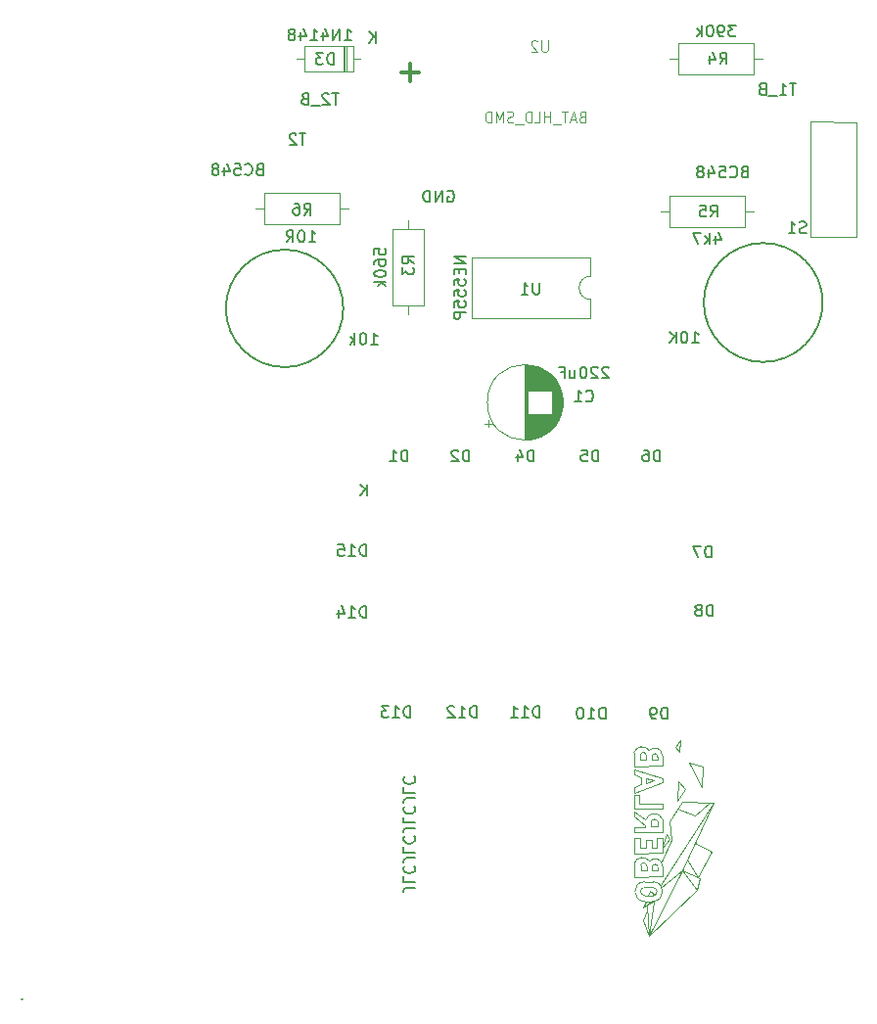
<source format=gbr>
%TF.GenerationSoftware,KiCad,Pcbnew,8.0.1*%
%TF.CreationDate,2024-04-02T10:45:20+02:00*%
%TF.ProjectId,Robo_II,526f626f-5f49-4492-9e6b-696361645f70,rev?*%
%TF.SameCoordinates,Original*%
%TF.FileFunction,Legend,Bot*%
%TF.FilePolarity,Positive*%
%FSLAX46Y46*%
G04 Gerber Fmt 4.6, Leading zero omitted, Abs format (unit mm)*
G04 Created by KiCad (PCBNEW 8.0.1) date 2024-04-02 10:45:20*
%MOMM*%
%LPD*%
G01*
G04 APERTURE LIST*
%ADD10C,0.150000*%
%ADD11C,0.300000*%
%ADD12C,0.050000*%
%ADD13C,0.120000*%
%ADD14C,0.010000*%
G04 APERTURE END LIST*
D10*
X56134000Y-73914000D02*
G75*
G02*
X45974000Y-73914000I-5080000J0D01*
G01*
X45974000Y-73914000D02*
G75*
G02*
X56134000Y-73914000I5080000J0D01*
G01*
X97599108Y-73406000D02*
G75*
G02*
X87312892Y-73406000I-5143108J0D01*
G01*
X87312892Y-73406000D02*
G75*
G02*
X97599108Y-73406000I5143108J0D01*
G01*
X95312856Y-54434819D02*
X94741428Y-54434819D01*
X95027142Y-55434819D02*
X95027142Y-54434819D01*
X93884285Y-55434819D02*
X94455713Y-55434819D01*
X94169999Y-55434819D02*
X94169999Y-54434819D01*
X94169999Y-54434819D02*
X94265237Y-54577676D01*
X94265237Y-54577676D02*
X94360475Y-54672914D01*
X94360475Y-54672914D02*
X94455713Y-54720533D01*
X93693809Y-55530057D02*
X92931904Y-55530057D01*
X92360475Y-54911009D02*
X92217618Y-54958628D01*
X92217618Y-54958628D02*
X92169999Y-55006247D01*
X92169999Y-55006247D02*
X92122380Y-55101485D01*
X92122380Y-55101485D02*
X92122380Y-55244342D01*
X92122380Y-55244342D02*
X92169999Y-55339580D01*
X92169999Y-55339580D02*
X92217618Y-55387200D01*
X92217618Y-55387200D02*
X92312856Y-55434819D01*
X92312856Y-55434819D02*
X92693808Y-55434819D01*
X92693808Y-55434819D02*
X92693808Y-54434819D01*
X92693808Y-54434819D02*
X92360475Y-54434819D01*
X92360475Y-54434819D02*
X92265237Y-54482438D01*
X92265237Y-54482438D02*
X92217618Y-54530057D01*
X92217618Y-54530057D02*
X92169999Y-54625295D01*
X92169999Y-54625295D02*
X92169999Y-54720533D01*
X92169999Y-54720533D02*
X92217618Y-54815771D01*
X92217618Y-54815771D02*
X92265237Y-54863390D01*
X92265237Y-54863390D02*
X92360475Y-54911009D01*
X92360475Y-54911009D02*
X92693808Y-54911009D01*
X55744856Y-55284019D02*
X55173428Y-55284019D01*
X55459142Y-56284019D02*
X55459142Y-55284019D01*
X54887713Y-55379257D02*
X54840094Y-55331638D01*
X54840094Y-55331638D02*
X54744856Y-55284019D01*
X54744856Y-55284019D02*
X54506761Y-55284019D01*
X54506761Y-55284019D02*
X54411523Y-55331638D01*
X54411523Y-55331638D02*
X54363904Y-55379257D01*
X54363904Y-55379257D02*
X54316285Y-55474495D01*
X54316285Y-55474495D02*
X54316285Y-55569733D01*
X54316285Y-55569733D02*
X54363904Y-55712590D01*
X54363904Y-55712590D02*
X54935332Y-56284019D01*
X54935332Y-56284019D02*
X54316285Y-56284019D01*
X54125809Y-56379257D02*
X53363904Y-56379257D01*
X52792475Y-55760209D02*
X52649618Y-55807828D01*
X52649618Y-55807828D02*
X52601999Y-55855447D01*
X52601999Y-55855447D02*
X52554380Y-55950685D01*
X52554380Y-55950685D02*
X52554380Y-56093542D01*
X52554380Y-56093542D02*
X52601999Y-56188780D01*
X52601999Y-56188780D02*
X52649618Y-56236400D01*
X52649618Y-56236400D02*
X52744856Y-56284019D01*
X52744856Y-56284019D02*
X53125808Y-56284019D01*
X53125808Y-56284019D02*
X53125808Y-55284019D01*
X53125808Y-55284019D02*
X52792475Y-55284019D01*
X52792475Y-55284019D02*
X52697237Y-55331638D01*
X52697237Y-55331638D02*
X52649618Y-55379257D01*
X52649618Y-55379257D02*
X52601999Y-55474495D01*
X52601999Y-55474495D02*
X52601999Y-55569733D01*
X52601999Y-55569733D02*
X52649618Y-55664971D01*
X52649618Y-55664971D02*
X52697237Y-55712590D01*
X52697237Y-55712590D02*
X52792475Y-55760209D01*
X52792475Y-55760209D02*
X53125808Y-55760209D01*
X58173904Y-90116819D02*
X58173904Y-89116819D01*
X57602476Y-90116819D02*
X58031047Y-89545390D01*
X57602476Y-89116819D02*
X58173904Y-89688247D01*
D11*
X62687104Y-53487733D02*
X61163295Y-53487733D01*
X61925199Y-54249638D02*
X61925199Y-52725828D01*
D10*
X52891904Y-58794819D02*
X52320476Y-58794819D01*
X52606190Y-59794819D02*
X52606190Y-58794819D01*
X52034761Y-58890057D02*
X51987142Y-58842438D01*
X51987142Y-58842438D02*
X51891904Y-58794819D01*
X51891904Y-58794819D02*
X51653809Y-58794819D01*
X51653809Y-58794819D02*
X51558571Y-58842438D01*
X51558571Y-58842438D02*
X51510952Y-58890057D01*
X51510952Y-58890057D02*
X51463333Y-58985295D01*
X51463333Y-58985295D02*
X51463333Y-59080533D01*
X51463333Y-59080533D02*
X51510952Y-59223390D01*
X51510952Y-59223390D02*
X52082380Y-59794819D01*
X52082380Y-59794819D02*
X51463333Y-59794819D01*
X48879887Y-61866009D02*
X48737030Y-61913628D01*
X48737030Y-61913628D02*
X48689411Y-61961247D01*
X48689411Y-61961247D02*
X48641792Y-62056485D01*
X48641792Y-62056485D02*
X48641792Y-62199342D01*
X48641792Y-62199342D02*
X48689411Y-62294580D01*
X48689411Y-62294580D02*
X48737030Y-62342200D01*
X48737030Y-62342200D02*
X48832268Y-62389819D01*
X48832268Y-62389819D02*
X49213220Y-62389819D01*
X49213220Y-62389819D02*
X49213220Y-61389819D01*
X49213220Y-61389819D02*
X48879887Y-61389819D01*
X48879887Y-61389819D02*
X48784649Y-61437438D01*
X48784649Y-61437438D02*
X48737030Y-61485057D01*
X48737030Y-61485057D02*
X48689411Y-61580295D01*
X48689411Y-61580295D02*
X48689411Y-61675533D01*
X48689411Y-61675533D02*
X48737030Y-61770771D01*
X48737030Y-61770771D02*
X48784649Y-61818390D01*
X48784649Y-61818390D02*
X48879887Y-61866009D01*
X48879887Y-61866009D02*
X49213220Y-61866009D01*
X47641792Y-62294580D02*
X47689411Y-62342200D01*
X47689411Y-62342200D02*
X47832268Y-62389819D01*
X47832268Y-62389819D02*
X47927506Y-62389819D01*
X47927506Y-62389819D02*
X48070363Y-62342200D01*
X48070363Y-62342200D02*
X48165601Y-62246961D01*
X48165601Y-62246961D02*
X48213220Y-62151723D01*
X48213220Y-62151723D02*
X48260839Y-61961247D01*
X48260839Y-61961247D02*
X48260839Y-61818390D01*
X48260839Y-61818390D02*
X48213220Y-61627914D01*
X48213220Y-61627914D02*
X48165601Y-61532676D01*
X48165601Y-61532676D02*
X48070363Y-61437438D01*
X48070363Y-61437438D02*
X47927506Y-61389819D01*
X47927506Y-61389819D02*
X47832268Y-61389819D01*
X47832268Y-61389819D02*
X47689411Y-61437438D01*
X47689411Y-61437438D02*
X47641792Y-61485057D01*
X46737030Y-61389819D02*
X47213220Y-61389819D01*
X47213220Y-61389819D02*
X47260839Y-61866009D01*
X47260839Y-61866009D02*
X47213220Y-61818390D01*
X47213220Y-61818390D02*
X47117982Y-61770771D01*
X47117982Y-61770771D02*
X46879887Y-61770771D01*
X46879887Y-61770771D02*
X46784649Y-61818390D01*
X46784649Y-61818390D02*
X46737030Y-61866009D01*
X46737030Y-61866009D02*
X46689411Y-61961247D01*
X46689411Y-61961247D02*
X46689411Y-62199342D01*
X46689411Y-62199342D02*
X46737030Y-62294580D01*
X46737030Y-62294580D02*
X46784649Y-62342200D01*
X46784649Y-62342200D02*
X46879887Y-62389819D01*
X46879887Y-62389819D02*
X47117982Y-62389819D01*
X47117982Y-62389819D02*
X47213220Y-62342200D01*
X47213220Y-62342200D02*
X47260839Y-62294580D01*
X45832268Y-61723152D02*
X45832268Y-62389819D01*
X46070363Y-61342200D02*
X46308458Y-62056485D01*
X46308458Y-62056485D02*
X45689411Y-62056485D01*
X45165601Y-61818390D02*
X45260839Y-61770771D01*
X45260839Y-61770771D02*
X45308458Y-61723152D01*
X45308458Y-61723152D02*
X45356077Y-61627914D01*
X45356077Y-61627914D02*
X45356077Y-61580295D01*
X45356077Y-61580295D02*
X45308458Y-61485057D01*
X45308458Y-61485057D02*
X45260839Y-61437438D01*
X45260839Y-61437438D02*
X45165601Y-61389819D01*
X45165601Y-61389819D02*
X44975125Y-61389819D01*
X44975125Y-61389819D02*
X44879887Y-61437438D01*
X44879887Y-61437438D02*
X44832268Y-61485057D01*
X44832268Y-61485057D02*
X44784649Y-61580295D01*
X44784649Y-61580295D02*
X44784649Y-61627914D01*
X44784649Y-61627914D02*
X44832268Y-61723152D01*
X44832268Y-61723152D02*
X44879887Y-61770771D01*
X44879887Y-61770771D02*
X44975125Y-61818390D01*
X44975125Y-61818390D02*
X45165601Y-61818390D01*
X45165601Y-61818390D02*
X45260839Y-61866009D01*
X45260839Y-61866009D02*
X45308458Y-61913628D01*
X45308458Y-61913628D02*
X45356077Y-62008866D01*
X45356077Y-62008866D02*
X45356077Y-62199342D01*
X45356077Y-62199342D02*
X45308458Y-62294580D01*
X45308458Y-62294580D02*
X45260839Y-62342200D01*
X45260839Y-62342200D02*
X45165601Y-62389819D01*
X45165601Y-62389819D02*
X44975125Y-62389819D01*
X44975125Y-62389819D02*
X44879887Y-62342200D01*
X44879887Y-62342200D02*
X44832268Y-62294580D01*
X44832268Y-62294580D02*
X44784649Y-62199342D01*
X44784649Y-62199342D02*
X44784649Y-62008866D01*
X44784649Y-62008866D02*
X44832268Y-61913628D01*
X44832268Y-61913628D02*
X44879887Y-61866009D01*
X44879887Y-61866009D02*
X44975125Y-61818390D01*
X65150904Y-63764438D02*
X65246142Y-63716819D01*
X65246142Y-63716819D02*
X65388999Y-63716819D01*
X65388999Y-63716819D02*
X65531856Y-63764438D01*
X65531856Y-63764438D02*
X65627094Y-63859676D01*
X65627094Y-63859676D02*
X65674713Y-63954914D01*
X65674713Y-63954914D02*
X65722332Y-64145390D01*
X65722332Y-64145390D02*
X65722332Y-64288247D01*
X65722332Y-64288247D02*
X65674713Y-64478723D01*
X65674713Y-64478723D02*
X65627094Y-64573961D01*
X65627094Y-64573961D02*
X65531856Y-64669200D01*
X65531856Y-64669200D02*
X65388999Y-64716819D01*
X65388999Y-64716819D02*
X65293761Y-64716819D01*
X65293761Y-64716819D02*
X65150904Y-64669200D01*
X65150904Y-64669200D02*
X65103285Y-64621580D01*
X65103285Y-64621580D02*
X65103285Y-64288247D01*
X65103285Y-64288247D02*
X65293761Y-64288247D01*
X64674713Y-64716819D02*
X64674713Y-63716819D01*
X64674713Y-63716819D02*
X64103285Y-64716819D01*
X64103285Y-64716819D02*
X64103285Y-63716819D01*
X63627094Y-64716819D02*
X63627094Y-63716819D01*
X63627094Y-63716819D02*
X63388999Y-63716819D01*
X63388999Y-63716819D02*
X63246142Y-63764438D01*
X63246142Y-63764438D02*
X63150904Y-63859676D01*
X63150904Y-63859676D02*
X63103285Y-63954914D01*
X63103285Y-63954914D02*
X63055666Y-64145390D01*
X63055666Y-64145390D02*
X63055666Y-64288247D01*
X63055666Y-64288247D02*
X63103285Y-64478723D01*
X63103285Y-64478723D02*
X63150904Y-64573961D01*
X63150904Y-64573961D02*
X63246142Y-64669200D01*
X63246142Y-64669200D02*
X63388999Y-64716819D01*
X63388999Y-64716819D02*
X63627094Y-64716819D01*
X62350180Y-123997506D02*
X61635895Y-123997506D01*
X61635895Y-123997506D02*
X61493038Y-124045125D01*
X61493038Y-124045125D02*
X61397800Y-124140363D01*
X61397800Y-124140363D02*
X61350180Y-124283220D01*
X61350180Y-124283220D02*
X61350180Y-124378458D01*
X61350180Y-123045125D02*
X61350180Y-123521315D01*
X61350180Y-123521315D02*
X62350180Y-123521315D01*
X61445419Y-122140363D02*
X61397800Y-122187982D01*
X61397800Y-122187982D02*
X61350180Y-122330839D01*
X61350180Y-122330839D02*
X61350180Y-122426077D01*
X61350180Y-122426077D02*
X61397800Y-122568934D01*
X61397800Y-122568934D02*
X61493038Y-122664172D01*
X61493038Y-122664172D02*
X61588276Y-122711791D01*
X61588276Y-122711791D02*
X61778752Y-122759410D01*
X61778752Y-122759410D02*
X61921609Y-122759410D01*
X61921609Y-122759410D02*
X62112085Y-122711791D01*
X62112085Y-122711791D02*
X62207323Y-122664172D01*
X62207323Y-122664172D02*
X62302561Y-122568934D01*
X62302561Y-122568934D02*
X62350180Y-122426077D01*
X62350180Y-122426077D02*
X62350180Y-122330839D01*
X62350180Y-122330839D02*
X62302561Y-122187982D01*
X62302561Y-122187982D02*
X62254942Y-122140363D01*
X62350180Y-121426077D02*
X61635895Y-121426077D01*
X61635895Y-121426077D02*
X61493038Y-121473696D01*
X61493038Y-121473696D02*
X61397800Y-121568934D01*
X61397800Y-121568934D02*
X61350180Y-121711791D01*
X61350180Y-121711791D02*
X61350180Y-121807029D01*
X61350180Y-120473696D02*
X61350180Y-120949886D01*
X61350180Y-120949886D02*
X62350180Y-120949886D01*
X61445419Y-119568934D02*
X61397800Y-119616553D01*
X61397800Y-119616553D02*
X61350180Y-119759410D01*
X61350180Y-119759410D02*
X61350180Y-119854648D01*
X61350180Y-119854648D02*
X61397800Y-119997505D01*
X61397800Y-119997505D02*
X61493038Y-120092743D01*
X61493038Y-120092743D02*
X61588276Y-120140362D01*
X61588276Y-120140362D02*
X61778752Y-120187981D01*
X61778752Y-120187981D02*
X61921609Y-120187981D01*
X61921609Y-120187981D02*
X62112085Y-120140362D01*
X62112085Y-120140362D02*
X62207323Y-120092743D01*
X62207323Y-120092743D02*
X62302561Y-119997505D01*
X62302561Y-119997505D02*
X62350180Y-119854648D01*
X62350180Y-119854648D02*
X62350180Y-119759410D01*
X62350180Y-119759410D02*
X62302561Y-119616553D01*
X62302561Y-119616553D02*
X62254942Y-119568934D01*
X62350180Y-118854648D02*
X61635895Y-118854648D01*
X61635895Y-118854648D02*
X61493038Y-118902267D01*
X61493038Y-118902267D02*
X61397800Y-118997505D01*
X61397800Y-118997505D02*
X61350180Y-119140362D01*
X61350180Y-119140362D02*
X61350180Y-119235600D01*
X61350180Y-117902267D02*
X61350180Y-118378457D01*
X61350180Y-118378457D02*
X62350180Y-118378457D01*
X61445419Y-116997505D02*
X61397800Y-117045124D01*
X61397800Y-117045124D02*
X61350180Y-117187981D01*
X61350180Y-117187981D02*
X61350180Y-117283219D01*
X61350180Y-117283219D02*
X61397800Y-117426076D01*
X61397800Y-117426076D02*
X61493038Y-117521314D01*
X61493038Y-117521314D02*
X61588276Y-117568933D01*
X61588276Y-117568933D02*
X61778752Y-117616552D01*
X61778752Y-117616552D02*
X61921609Y-117616552D01*
X61921609Y-117616552D02*
X62112085Y-117568933D01*
X62112085Y-117568933D02*
X62207323Y-117521314D01*
X62207323Y-117521314D02*
X62302561Y-117426076D01*
X62302561Y-117426076D02*
X62350180Y-117283219D01*
X62350180Y-117283219D02*
X62350180Y-117187981D01*
X62350180Y-117187981D02*
X62302561Y-117045124D01*
X62302561Y-117045124D02*
X62254942Y-116997505D01*
X62350180Y-116283219D02*
X61635895Y-116283219D01*
X61635895Y-116283219D02*
X61493038Y-116330838D01*
X61493038Y-116330838D02*
X61397800Y-116426076D01*
X61397800Y-116426076D02*
X61350180Y-116568933D01*
X61350180Y-116568933D02*
X61350180Y-116664171D01*
X61350180Y-115330838D02*
X61350180Y-115807028D01*
X61350180Y-115807028D02*
X62350180Y-115807028D01*
X61445419Y-114426076D02*
X61397800Y-114473695D01*
X61397800Y-114473695D02*
X61350180Y-114616552D01*
X61350180Y-114616552D02*
X61350180Y-114711790D01*
X61350180Y-114711790D02*
X61397800Y-114854647D01*
X61397800Y-114854647D02*
X61493038Y-114949885D01*
X61493038Y-114949885D02*
X61588276Y-114997504D01*
X61588276Y-114997504D02*
X61778752Y-115045123D01*
X61778752Y-115045123D02*
X61921609Y-115045123D01*
X61921609Y-115045123D02*
X62112085Y-114997504D01*
X62112085Y-114997504D02*
X62207323Y-114949885D01*
X62207323Y-114949885D02*
X62302561Y-114854647D01*
X62302561Y-114854647D02*
X62350180Y-114711790D01*
X62350180Y-114711790D02*
X62350180Y-114616552D01*
X62350180Y-114616552D02*
X62302561Y-114473695D01*
X62302561Y-114473695D02*
X62254942Y-114426076D01*
X90819887Y-62076009D02*
X90677030Y-62123628D01*
X90677030Y-62123628D02*
X90629411Y-62171247D01*
X90629411Y-62171247D02*
X90581792Y-62266485D01*
X90581792Y-62266485D02*
X90581792Y-62409342D01*
X90581792Y-62409342D02*
X90629411Y-62504580D01*
X90629411Y-62504580D02*
X90677030Y-62552200D01*
X90677030Y-62552200D02*
X90772268Y-62599819D01*
X90772268Y-62599819D02*
X91153220Y-62599819D01*
X91153220Y-62599819D02*
X91153220Y-61599819D01*
X91153220Y-61599819D02*
X90819887Y-61599819D01*
X90819887Y-61599819D02*
X90724649Y-61647438D01*
X90724649Y-61647438D02*
X90677030Y-61695057D01*
X90677030Y-61695057D02*
X90629411Y-61790295D01*
X90629411Y-61790295D02*
X90629411Y-61885533D01*
X90629411Y-61885533D02*
X90677030Y-61980771D01*
X90677030Y-61980771D02*
X90724649Y-62028390D01*
X90724649Y-62028390D02*
X90819887Y-62076009D01*
X90819887Y-62076009D02*
X91153220Y-62076009D01*
X89581792Y-62504580D02*
X89629411Y-62552200D01*
X89629411Y-62552200D02*
X89772268Y-62599819D01*
X89772268Y-62599819D02*
X89867506Y-62599819D01*
X89867506Y-62599819D02*
X90010363Y-62552200D01*
X90010363Y-62552200D02*
X90105601Y-62456961D01*
X90105601Y-62456961D02*
X90153220Y-62361723D01*
X90153220Y-62361723D02*
X90200839Y-62171247D01*
X90200839Y-62171247D02*
X90200839Y-62028390D01*
X90200839Y-62028390D02*
X90153220Y-61837914D01*
X90153220Y-61837914D02*
X90105601Y-61742676D01*
X90105601Y-61742676D02*
X90010363Y-61647438D01*
X90010363Y-61647438D02*
X89867506Y-61599819D01*
X89867506Y-61599819D02*
X89772268Y-61599819D01*
X89772268Y-61599819D02*
X89629411Y-61647438D01*
X89629411Y-61647438D02*
X89581792Y-61695057D01*
X88677030Y-61599819D02*
X89153220Y-61599819D01*
X89153220Y-61599819D02*
X89200839Y-62076009D01*
X89200839Y-62076009D02*
X89153220Y-62028390D01*
X89153220Y-62028390D02*
X89057982Y-61980771D01*
X89057982Y-61980771D02*
X88819887Y-61980771D01*
X88819887Y-61980771D02*
X88724649Y-62028390D01*
X88724649Y-62028390D02*
X88677030Y-62076009D01*
X88677030Y-62076009D02*
X88629411Y-62171247D01*
X88629411Y-62171247D02*
X88629411Y-62409342D01*
X88629411Y-62409342D02*
X88677030Y-62504580D01*
X88677030Y-62504580D02*
X88724649Y-62552200D01*
X88724649Y-62552200D02*
X88819887Y-62599819D01*
X88819887Y-62599819D02*
X89057982Y-62599819D01*
X89057982Y-62599819D02*
X89153220Y-62552200D01*
X89153220Y-62552200D02*
X89200839Y-62504580D01*
X87772268Y-61933152D02*
X87772268Y-62599819D01*
X88010363Y-61552200D02*
X88248458Y-62266485D01*
X88248458Y-62266485D02*
X87629411Y-62266485D01*
X87105601Y-62028390D02*
X87200839Y-61980771D01*
X87200839Y-61980771D02*
X87248458Y-61933152D01*
X87248458Y-61933152D02*
X87296077Y-61837914D01*
X87296077Y-61837914D02*
X87296077Y-61790295D01*
X87296077Y-61790295D02*
X87248458Y-61695057D01*
X87248458Y-61695057D02*
X87200839Y-61647438D01*
X87200839Y-61647438D02*
X87105601Y-61599819D01*
X87105601Y-61599819D02*
X86915125Y-61599819D01*
X86915125Y-61599819D02*
X86819887Y-61647438D01*
X86819887Y-61647438D02*
X86772268Y-61695057D01*
X86772268Y-61695057D02*
X86724649Y-61790295D01*
X86724649Y-61790295D02*
X86724649Y-61837914D01*
X86724649Y-61837914D02*
X86772268Y-61933152D01*
X86772268Y-61933152D02*
X86819887Y-61980771D01*
X86819887Y-61980771D02*
X86915125Y-62028390D01*
X86915125Y-62028390D02*
X87105601Y-62028390D01*
X87105601Y-62028390D02*
X87200839Y-62076009D01*
X87200839Y-62076009D02*
X87248458Y-62123628D01*
X87248458Y-62123628D02*
X87296077Y-62218866D01*
X87296077Y-62218866D02*
X87296077Y-62409342D01*
X87296077Y-62409342D02*
X87248458Y-62504580D01*
X87248458Y-62504580D02*
X87200839Y-62552200D01*
X87200839Y-62552200D02*
X87105601Y-62599819D01*
X87105601Y-62599819D02*
X86915125Y-62599819D01*
X86915125Y-62599819D02*
X86819887Y-62552200D01*
X86819887Y-62552200D02*
X86772268Y-62504580D01*
X86772268Y-62504580D02*
X86724649Y-62409342D01*
X86724649Y-62409342D02*
X86724649Y-62218866D01*
X86724649Y-62218866D02*
X86772268Y-62123628D01*
X86772268Y-62123628D02*
X86819887Y-62076009D01*
X86819887Y-62076009D02*
X86915125Y-62028390D01*
X61698094Y-87156819D02*
X61698094Y-86156819D01*
X61698094Y-86156819D02*
X61459999Y-86156819D01*
X61459999Y-86156819D02*
X61317142Y-86204438D01*
X61317142Y-86204438D02*
X61221904Y-86299676D01*
X61221904Y-86299676D02*
X61174285Y-86394914D01*
X61174285Y-86394914D02*
X61126666Y-86585390D01*
X61126666Y-86585390D02*
X61126666Y-86728247D01*
X61126666Y-86728247D02*
X61174285Y-86918723D01*
X61174285Y-86918723D02*
X61221904Y-87013961D01*
X61221904Y-87013961D02*
X61317142Y-87109200D01*
X61317142Y-87109200D02*
X61459999Y-87156819D01*
X61459999Y-87156819D02*
X61698094Y-87156819D01*
X60174285Y-87156819D02*
X60745713Y-87156819D01*
X60459999Y-87156819D02*
X60459999Y-86156819D01*
X60459999Y-86156819D02*
X60555237Y-86299676D01*
X60555237Y-86299676D02*
X60650475Y-86394914D01*
X60650475Y-86394914D02*
X60745713Y-86442533D01*
X67032094Y-87156819D02*
X67032094Y-86156819D01*
X67032094Y-86156819D02*
X66793999Y-86156819D01*
X66793999Y-86156819D02*
X66651142Y-86204438D01*
X66651142Y-86204438D02*
X66555904Y-86299676D01*
X66555904Y-86299676D02*
X66508285Y-86394914D01*
X66508285Y-86394914D02*
X66460666Y-86585390D01*
X66460666Y-86585390D02*
X66460666Y-86728247D01*
X66460666Y-86728247D02*
X66508285Y-86918723D01*
X66508285Y-86918723D02*
X66555904Y-87013961D01*
X66555904Y-87013961D02*
X66651142Y-87109200D01*
X66651142Y-87109200D02*
X66793999Y-87156819D01*
X66793999Y-87156819D02*
X67032094Y-87156819D01*
X66079713Y-86252057D02*
X66032094Y-86204438D01*
X66032094Y-86204438D02*
X65936856Y-86156819D01*
X65936856Y-86156819D02*
X65698761Y-86156819D01*
X65698761Y-86156819D02*
X65603523Y-86204438D01*
X65603523Y-86204438D02*
X65555904Y-86252057D01*
X65555904Y-86252057D02*
X65508285Y-86347295D01*
X65508285Y-86347295D02*
X65508285Y-86442533D01*
X65508285Y-86442533D02*
X65555904Y-86585390D01*
X65555904Y-86585390D02*
X66127332Y-87156819D01*
X66127332Y-87156819D02*
X65508285Y-87156819D01*
X72620094Y-87156819D02*
X72620094Y-86156819D01*
X72620094Y-86156819D02*
X72381999Y-86156819D01*
X72381999Y-86156819D02*
X72239142Y-86204438D01*
X72239142Y-86204438D02*
X72143904Y-86299676D01*
X72143904Y-86299676D02*
X72096285Y-86394914D01*
X72096285Y-86394914D02*
X72048666Y-86585390D01*
X72048666Y-86585390D02*
X72048666Y-86728247D01*
X72048666Y-86728247D02*
X72096285Y-86918723D01*
X72096285Y-86918723D02*
X72143904Y-87013961D01*
X72143904Y-87013961D02*
X72239142Y-87109200D01*
X72239142Y-87109200D02*
X72381999Y-87156819D01*
X72381999Y-87156819D02*
X72620094Y-87156819D01*
X71191523Y-86490152D02*
X71191523Y-87156819D01*
X71429618Y-86109200D02*
X71667713Y-86823485D01*
X71667713Y-86823485D02*
X71048666Y-86823485D01*
X78208094Y-87156819D02*
X78208094Y-86156819D01*
X78208094Y-86156819D02*
X77969999Y-86156819D01*
X77969999Y-86156819D02*
X77827142Y-86204438D01*
X77827142Y-86204438D02*
X77731904Y-86299676D01*
X77731904Y-86299676D02*
X77684285Y-86394914D01*
X77684285Y-86394914D02*
X77636666Y-86585390D01*
X77636666Y-86585390D02*
X77636666Y-86728247D01*
X77636666Y-86728247D02*
X77684285Y-86918723D01*
X77684285Y-86918723D02*
X77731904Y-87013961D01*
X77731904Y-87013961D02*
X77827142Y-87109200D01*
X77827142Y-87109200D02*
X77969999Y-87156819D01*
X77969999Y-87156819D02*
X78208094Y-87156819D01*
X76731904Y-86156819D02*
X77208094Y-86156819D01*
X77208094Y-86156819D02*
X77255713Y-86633009D01*
X77255713Y-86633009D02*
X77208094Y-86585390D01*
X77208094Y-86585390D02*
X77112856Y-86537771D01*
X77112856Y-86537771D02*
X76874761Y-86537771D01*
X76874761Y-86537771D02*
X76779523Y-86585390D01*
X76779523Y-86585390D02*
X76731904Y-86633009D01*
X76731904Y-86633009D02*
X76684285Y-86728247D01*
X76684285Y-86728247D02*
X76684285Y-86966342D01*
X76684285Y-86966342D02*
X76731904Y-87061580D01*
X76731904Y-87061580D02*
X76779523Y-87109200D01*
X76779523Y-87109200D02*
X76874761Y-87156819D01*
X76874761Y-87156819D02*
X77112856Y-87156819D01*
X77112856Y-87156819D02*
X77208094Y-87109200D01*
X77208094Y-87109200D02*
X77255713Y-87061580D01*
X83542094Y-87156819D02*
X83542094Y-86156819D01*
X83542094Y-86156819D02*
X83303999Y-86156819D01*
X83303999Y-86156819D02*
X83161142Y-86204438D01*
X83161142Y-86204438D02*
X83065904Y-86299676D01*
X83065904Y-86299676D02*
X83018285Y-86394914D01*
X83018285Y-86394914D02*
X82970666Y-86585390D01*
X82970666Y-86585390D02*
X82970666Y-86728247D01*
X82970666Y-86728247D02*
X83018285Y-86918723D01*
X83018285Y-86918723D02*
X83065904Y-87013961D01*
X83065904Y-87013961D02*
X83161142Y-87109200D01*
X83161142Y-87109200D02*
X83303999Y-87156819D01*
X83303999Y-87156819D02*
X83542094Y-87156819D01*
X82113523Y-86156819D02*
X82303999Y-86156819D01*
X82303999Y-86156819D02*
X82399237Y-86204438D01*
X82399237Y-86204438D02*
X82446856Y-86252057D01*
X82446856Y-86252057D02*
X82542094Y-86394914D01*
X82542094Y-86394914D02*
X82589713Y-86585390D01*
X82589713Y-86585390D02*
X82589713Y-86966342D01*
X82589713Y-86966342D02*
X82542094Y-87061580D01*
X82542094Y-87061580D02*
X82494475Y-87109200D01*
X82494475Y-87109200D02*
X82399237Y-87156819D01*
X82399237Y-87156819D02*
X82208761Y-87156819D01*
X82208761Y-87156819D02*
X82113523Y-87109200D01*
X82113523Y-87109200D02*
X82065904Y-87061580D01*
X82065904Y-87061580D02*
X82018285Y-86966342D01*
X82018285Y-86966342D02*
X82018285Y-86728247D01*
X82018285Y-86728247D02*
X82065904Y-86633009D01*
X82065904Y-86633009D02*
X82113523Y-86585390D01*
X82113523Y-86585390D02*
X82208761Y-86537771D01*
X82208761Y-86537771D02*
X82399237Y-86537771D01*
X82399237Y-86537771D02*
X82494475Y-86585390D01*
X82494475Y-86585390D02*
X82542094Y-86633009D01*
X82542094Y-86633009D02*
X82589713Y-86728247D01*
X87987094Y-95450819D02*
X87987094Y-94450819D01*
X87987094Y-94450819D02*
X87748999Y-94450819D01*
X87748999Y-94450819D02*
X87606142Y-94498438D01*
X87606142Y-94498438D02*
X87510904Y-94593676D01*
X87510904Y-94593676D02*
X87463285Y-94688914D01*
X87463285Y-94688914D02*
X87415666Y-94879390D01*
X87415666Y-94879390D02*
X87415666Y-95022247D01*
X87415666Y-95022247D02*
X87463285Y-95212723D01*
X87463285Y-95212723D02*
X87510904Y-95307961D01*
X87510904Y-95307961D02*
X87606142Y-95403200D01*
X87606142Y-95403200D02*
X87748999Y-95450819D01*
X87748999Y-95450819D02*
X87987094Y-95450819D01*
X87082332Y-94450819D02*
X86415666Y-94450819D01*
X86415666Y-94450819D02*
X86844237Y-95450819D01*
X88114094Y-100530819D02*
X88114094Y-99530819D01*
X88114094Y-99530819D02*
X87875999Y-99530819D01*
X87875999Y-99530819D02*
X87733142Y-99578438D01*
X87733142Y-99578438D02*
X87637904Y-99673676D01*
X87637904Y-99673676D02*
X87590285Y-99768914D01*
X87590285Y-99768914D02*
X87542666Y-99959390D01*
X87542666Y-99959390D02*
X87542666Y-100102247D01*
X87542666Y-100102247D02*
X87590285Y-100292723D01*
X87590285Y-100292723D02*
X87637904Y-100387961D01*
X87637904Y-100387961D02*
X87733142Y-100483200D01*
X87733142Y-100483200D02*
X87875999Y-100530819D01*
X87875999Y-100530819D02*
X88114094Y-100530819D01*
X86971237Y-99959390D02*
X87066475Y-99911771D01*
X87066475Y-99911771D02*
X87114094Y-99864152D01*
X87114094Y-99864152D02*
X87161713Y-99768914D01*
X87161713Y-99768914D02*
X87161713Y-99721295D01*
X87161713Y-99721295D02*
X87114094Y-99626057D01*
X87114094Y-99626057D02*
X87066475Y-99578438D01*
X87066475Y-99578438D02*
X86971237Y-99530819D01*
X86971237Y-99530819D02*
X86780761Y-99530819D01*
X86780761Y-99530819D02*
X86685523Y-99578438D01*
X86685523Y-99578438D02*
X86637904Y-99626057D01*
X86637904Y-99626057D02*
X86590285Y-99721295D01*
X86590285Y-99721295D02*
X86590285Y-99768914D01*
X86590285Y-99768914D02*
X86637904Y-99864152D01*
X86637904Y-99864152D02*
X86685523Y-99911771D01*
X86685523Y-99911771D02*
X86780761Y-99959390D01*
X86780761Y-99959390D02*
X86971237Y-99959390D01*
X86971237Y-99959390D02*
X87066475Y-100007009D01*
X87066475Y-100007009D02*
X87114094Y-100054628D01*
X87114094Y-100054628D02*
X87161713Y-100149866D01*
X87161713Y-100149866D02*
X87161713Y-100340342D01*
X87161713Y-100340342D02*
X87114094Y-100435580D01*
X87114094Y-100435580D02*
X87066475Y-100483200D01*
X87066475Y-100483200D02*
X86971237Y-100530819D01*
X86971237Y-100530819D02*
X86780761Y-100530819D01*
X86780761Y-100530819D02*
X86685523Y-100483200D01*
X86685523Y-100483200D02*
X86637904Y-100435580D01*
X86637904Y-100435580D02*
X86590285Y-100340342D01*
X86590285Y-100340342D02*
X86590285Y-100149866D01*
X86590285Y-100149866D02*
X86637904Y-100054628D01*
X86637904Y-100054628D02*
X86685523Y-100007009D01*
X86685523Y-100007009D02*
X86780761Y-99959390D01*
X84177094Y-109420819D02*
X84177094Y-108420819D01*
X84177094Y-108420819D02*
X83938999Y-108420819D01*
X83938999Y-108420819D02*
X83796142Y-108468438D01*
X83796142Y-108468438D02*
X83700904Y-108563676D01*
X83700904Y-108563676D02*
X83653285Y-108658914D01*
X83653285Y-108658914D02*
X83605666Y-108849390D01*
X83605666Y-108849390D02*
X83605666Y-108992247D01*
X83605666Y-108992247D02*
X83653285Y-109182723D01*
X83653285Y-109182723D02*
X83700904Y-109277961D01*
X83700904Y-109277961D02*
X83796142Y-109373200D01*
X83796142Y-109373200D02*
X83938999Y-109420819D01*
X83938999Y-109420819D02*
X84177094Y-109420819D01*
X83129475Y-109420819D02*
X82938999Y-109420819D01*
X82938999Y-109420819D02*
X82843761Y-109373200D01*
X82843761Y-109373200D02*
X82796142Y-109325580D01*
X82796142Y-109325580D02*
X82700904Y-109182723D01*
X82700904Y-109182723D02*
X82653285Y-108992247D01*
X82653285Y-108992247D02*
X82653285Y-108611295D01*
X82653285Y-108611295D02*
X82700904Y-108516057D01*
X82700904Y-108516057D02*
X82748523Y-108468438D01*
X82748523Y-108468438D02*
X82843761Y-108420819D01*
X82843761Y-108420819D02*
X83034237Y-108420819D01*
X83034237Y-108420819D02*
X83129475Y-108468438D01*
X83129475Y-108468438D02*
X83177094Y-108516057D01*
X83177094Y-108516057D02*
X83224713Y-108611295D01*
X83224713Y-108611295D02*
X83224713Y-108849390D01*
X83224713Y-108849390D02*
X83177094Y-108944628D01*
X83177094Y-108944628D02*
X83129475Y-108992247D01*
X83129475Y-108992247D02*
X83034237Y-109039866D01*
X83034237Y-109039866D02*
X82843761Y-109039866D01*
X82843761Y-109039866D02*
X82748523Y-108992247D01*
X82748523Y-108992247D02*
X82700904Y-108944628D01*
X82700904Y-108944628D02*
X82653285Y-108849390D01*
X78811285Y-109420819D02*
X78811285Y-108420819D01*
X78811285Y-108420819D02*
X78573190Y-108420819D01*
X78573190Y-108420819D02*
X78430333Y-108468438D01*
X78430333Y-108468438D02*
X78335095Y-108563676D01*
X78335095Y-108563676D02*
X78287476Y-108658914D01*
X78287476Y-108658914D02*
X78239857Y-108849390D01*
X78239857Y-108849390D02*
X78239857Y-108992247D01*
X78239857Y-108992247D02*
X78287476Y-109182723D01*
X78287476Y-109182723D02*
X78335095Y-109277961D01*
X78335095Y-109277961D02*
X78430333Y-109373200D01*
X78430333Y-109373200D02*
X78573190Y-109420819D01*
X78573190Y-109420819D02*
X78811285Y-109420819D01*
X77287476Y-109420819D02*
X77858904Y-109420819D01*
X77573190Y-109420819D02*
X77573190Y-108420819D01*
X77573190Y-108420819D02*
X77668428Y-108563676D01*
X77668428Y-108563676D02*
X77763666Y-108658914D01*
X77763666Y-108658914D02*
X77858904Y-108706533D01*
X76668428Y-108420819D02*
X76573190Y-108420819D01*
X76573190Y-108420819D02*
X76477952Y-108468438D01*
X76477952Y-108468438D02*
X76430333Y-108516057D01*
X76430333Y-108516057D02*
X76382714Y-108611295D01*
X76382714Y-108611295D02*
X76335095Y-108801771D01*
X76335095Y-108801771D02*
X76335095Y-109039866D01*
X76335095Y-109039866D02*
X76382714Y-109230342D01*
X76382714Y-109230342D02*
X76430333Y-109325580D01*
X76430333Y-109325580D02*
X76477952Y-109373200D01*
X76477952Y-109373200D02*
X76573190Y-109420819D01*
X76573190Y-109420819D02*
X76668428Y-109420819D01*
X76668428Y-109420819D02*
X76763666Y-109373200D01*
X76763666Y-109373200D02*
X76811285Y-109325580D01*
X76811285Y-109325580D02*
X76858904Y-109230342D01*
X76858904Y-109230342D02*
X76906523Y-109039866D01*
X76906523Y-109039866D02*
X76906523Y-108801771D01*
X76906523Y-108801771D02*
X76858904Y-108611295D01*
X76858904Y-108611295D02*
X76811285Y-108516057D01*
X76811285Y-108516057D02*
X76763666Y-108468438D01*
X76763666Y-108468438D02*
X76668428Y-108420819D01*
X73096285Y-109293819D02*
X73096285Y-108293819D01*
X73096285Y-108293819D02*
X72858190Y-108293819D01*
X72858190Y-108293819D02*
X72715333Y-108341438D01*
X72715333Y-108341438D02*
X72620095Y-108436676D01*
X72620095Y-108436676D02*
X72572476Y-108531914D01*
X72572476Y-108531914D02*
X72524857Y-108722390D01*
X72524857Y-108722390D02*
X72524857Y-108865247D01*
X72524857Y-108865247D02*
X72572476Y-109055723D01*
X72572476Y-109055723D02*
X72620095Y-109150961D01*
X72620095Y-109150961D02*
X72715333Y-109246200D01*
X72715333Y-109246200D02*
X72858190Y-109293819D01*
X72858190Y-109293819D02*
X73096285Y-109293819D01*
X71572476Y-109293819D02*
X72143904Y-109293819D01*
X71858190Y-109293819D02*
X71858190Y-108293819D01*
X71858190Y-108293819D02*
X71953428Y-108436676D01*
X71953428Y-108436676D02*
X72048666Y-108531914D01*
X72048666Y-108531914D02*
X72143904Y-108579533D01*
X70620095Y-109293819D02*
X71191523Y-109293819D01*
X70905809Y-109293819D02*
X70905809Y-108293819D01*
X70905809Y-108293819D02*
X71001047Y-108436676D01*
X71001047Y-108436676D02*
X71096285Y-108531914D01*
X71096285Y-108531914D02*
X71191523Y-108579533D01*
X67635285Y-109293819D02*
X67635285Y-108293819D01*
X67635285Y-108293819D02*
X67397190Y-108293819D01*
X67397190Y-108293819D02*
X67254333Y-108341438D01*
X67254333Y-108341438D02*
X67159095Y-108436676D01*
X67159095Y-108436676D02*
X67111476Y-108531914D01*
X67111476Y-108531914D02*
X67063857Y-108722390D01*
X67063857Y-108722390D02*
X67063857Y-108865247D01*
X67063857Y-108865247D02*
X67111476Y-109055723D01*
X67111476Y-109055723D02*
X67159095Y-109150961D01*
X67159095Y-109150961D02*
X67254333Y-109246200D01*
X67254333Y-109246200D02*
X67397190Y-109293819D01*
X67397190Y-109293819D02*
X67635285Y-109293819D01*
X66111476Y-109293819D02*
X66682904Y-109293819D01*
X66397190Y-109293819D02*
X66397190Y-108293819D01*
X66397190Y-108293819D02*
X66492428Y-108436676D01*
X66492428Y-108436676D02*
X66587666Y-108531914D01*
X66587666Y-108531914D02*
X66682904Y-108579533D01*
X65730523Y-108389057D02*
X65682904Y-108341438D01*
X65682904Y-108341438D02*
X65587666Y-108293819D01*
X65587666Y-108293819D02*
X65349571Y-108293819D01*
X65349571Y-108293819D02*
X65254333Y-108341438D01*
X65254333Y-108341438D02*
X65206714Y-108389057D01*
X65206714Y-108389057D02*
X65159095Y-108484295D01*
X65159095Y-108484295D02*
X65159095Y-108579533D01*
X65159095Y-108579533D02*
X65206714Y-108722390D01*
X65206714Y-108722390D02*
X65778142Y-109293819D01*
X65778142Y-109293819D02*
X65159095Y-109293819D01*
X61920285Y-109293819D02*
X61920285Y-108293819D01*
X61920285Y-108293819D02*
X61682190Y-108293819D01*
X61682190Y-108293819D02*
X61539333Y-108341438D01*
X61539333Y-108341438D02*
X61444095Y-108436676D01*
X61444095Y-108436676D02*
X61396476Y-108531914D01*
X61396476Y-108531914D02*
X61348857Y-108722390D01*
X61348857Y-108722390D02*
X61348857Y-108865247D01*
X61348857Y-108865247D02*
X61396476Y-109055723D01*
X61396476Y-109055723D02*
X61444095Y-109150961D01*
X61444095Y-109150961D02*
X61539333Y-109246200D01*
X61539333Y-109246200D02*
X61682190Y-109293819D01*
X61682190Y-109293819D02*
X61920285Y-109293819D01*
X60396476Y-109293819D02*
X60967904Y-109293819D01*
X60682190Y-109293819D02*
X60682190Y-108293819D01*
X60682190Y-108293819D02*
X60777428Y-108436676D01*
X60777428Y-108436676D02*
X60872666Y-108531914D01*
X60872666Y-108531914D02*
X60967904Y-108579533D01*
X60063142Y-108293819D02*
X59444095Y-108293819D01*
X59444095Y-108293819D02*
X59777428Y-108674771D01*
X59777428Y-108674771D02*
X59634571Y-108674771D01*
X59634571Y-108674771D02*
X59539333Y-108722390D01*
X59539333Y-108722390D02*
X59491714Y-108770009D01*
X59491714Y-108770009D02*
X59444095Y-108865247D01*
X59444095Y-108865247D02*
X59444095Y-109103342D01*
X59444095Y-109103342D02*
X59491714Y-109198580D01*
X59491714Y-109198580D02*
X59539333Y-109246200D01*
X59539333Y-109246200D02*
X59634571Y-109293819D01*
X59634571Y-109293819D02*
X59920285Y-109293819D01*
X59920285Y-109293819D02*
X60015523Y-109246200D01*
X60015523Y-109246200D02*
X60063142Y-109198580D01*
X58110285Y-100657819D02*
X58110285Y-99657819D01*
X58110285Y-99657819D02*
X57872190Y-99657819D01*
X57872190Y-99657819D02*
X57729333Y-99705438D01*
X57729333Y-99705438D02*
X57634095Y-99800676D01*
X57634095Y-99800676D02*
X57586476Y-99895914D01*
X57586476Y-99895914D02*
X57538857Y-100086390D01*
X57538857Y-100086390D02*
X57538857Y-100229247D01*
X57538857Y-100229247D02*
X57586476Y-100419723D01*
X57586476Y-100419723D02*
X57634095Y-100514961D01*
X57634095Y-100514961D02*
X57729333Y-100610200D01*
X57729333Y-100610200D02*
X57872190Y-100657819D01*
X57872190Y-100657819D02*
X58110285Y-100657819D01*
X56586476Y-100657819D02*
X57157904Y-100657819D01*
X56872190Y-100657819D02*
X56872190Y-99657819D01*
X56872190Y-99657819D02*
X56967428Y-99800676D01*
X56967428Y-99800676D02*
X57062666Y-99895914D01*
X57062666Y-99895914D02*
X57157904Y-99943533D01*
X55729333Y-99991152D02*
X55729333Y-100657819D01*
X55967428Y-99610200D02*
X56205523Y-100324485D01*
X56205523Y-100324485D02*
X55586476Y-100324485D01*
X58110285Y-95323819D02*
X58110285Y-94323819D01*
X58110285Y-94323819D02*
X57872190Y-94323819D01*
X57872190Y-94323819D02*
X57729333Y-94371438D01*
X57729333Y-94371438D02*
X57634095Y-94466676D01*
X57634095Y-94466676D02*
X57586476Y-94561914D01*
X57586476Y-94561914D02*
X57538857Y-94752390D01*
X57538857Y-94752390D02*
X57538857Y-94895247D01*
X57538857Y-94895247D02*
X57586476Y-95085723D01*
X57586476Y-95085723D02*
X57634095Y-95180961D01*
X57634095Y-95180961D02*
X57729333Y-95276200D01*
X57729333Y-95276200D02*
X57872190Y-95323819D01*
X57872190Y-95323819D02*
X58110285Y-95323819D01*
X56586476Y-95323819D02*
X57157904Y-95323819D01*
X56872190Y-95323819D02*
X56872190Y-94323819D01*
X56872190Y-94323819D02*
X56967428Y-94466676D01*
X56967428Y-94466676D02*
X57062666Y-94561914D01*
X57062666Y-94561914D02*
X57157904Y-94609533D01*
X55681714Y-94323819D02*
X56157904Y-94323819D01*
X56157904Y-94323819D02*
X56205523Y-94800009D01*
X56205523Y-94800009D02*
X56157904Y-94752390D01*
X56157904Y-94752390D02*
X56062666Y-94704771D01*
X56062666Y-94704771D02*
X55824571Y-94704771D01*
X55824571Y-94704771D02*
X55729333Y-94752390D01*
X55729333Y-94752390D02*
X55681714Y-94800009D01*
X55681714Y-94800009D02*
X55634095Y-94895247D01*
X55634095Y-94895247D02*
X55634095Y-95133342D01*
X55634095Y-95133342D02*
X55681714Y-95228580D01*
X55681714Y-95228580D02*
X55729333Y-95276200D01*
X55729333Y-95276200D02*
X55824571Y-95323819D01*
X55824571Y-95323819D02*
X56062666Y-95323819D01*
X56062666Y-95323819D02*
X56157904Y-95276200D01*
X56157904Y-95276200D02*
X56205523Y-95228580D01*
X77128666Y-81893580D02*
X77176285Y-81941200D01*
X77176285Y-81941200D02*
X77319142Y-81988819D01*
X77319142Y-81988819D02*
X77414380Y-81988819D01*
X77414380Y-81988819D02*
X77557237Y-81941200D01*
X77557237Y-81941200D02*
X77652475Y-81845961D01*
X77652475Y-81845961D02*
X77700094Y-81750723D01*
X77700094Y-81750723D02*
X77747713Y-81560247D01*
X77747713Y-81560247D02*
X77747713Y-81417390D01*
X77747713Y-81417390D02*
X77700094Y-81226914D01*
X77700094Y-81226914D02*
X77652475Y-81131676D01*
X77652475Y-81131676D02*
X77557237Y-81036438D01*
X77557237Y-81036438D02*
X77414380Y-80988819D01*
X77414380Y-80988819D02*
X77319142Y-80988819D01*
X77319142Y-80988819D02*
X77176285Y-81036438D01*
X77176285Y-81036438D02*
X77128666Y-81084057D01*
X76176285Y-81988819D02*
X76747713Y-81988819D01*
X76461999Y-81988819D02*
X76461999Y-80988819D01*
X76461999Y-80988819D02*
X76557237Y-81131676D01*
X76557237Y-81131676D02*
X76652475Y-81226914D01*
X76652475Y-81226914D02*
X76747713Y-81274533D01*
X79081047Y-79052057D02*
X79033428Y-79004438D01*
X79033428Y-79004438D02*
X78938190Y-78956819D01*
X78938190Y-78956819D02*
X78700095Y-78956819D01*
X78700095Y-78956819D02*
X78604857Y-79004438D01*
X78604857Y-79004438D02*
X78557238Y-79052057D01*
X78557238Y-79052057D02*
X78509619Y-79147295D01*
X78509619Y-79147295D02*
X78509619Y-79242533D01*
X78509619Y-79242533D02*
X78557238Y-79385390D01*
X78557238Y-79385390D02*
X79128666Y-79956819D01*
X79128666Y-79956819D02*
X78509619Y-79956819D01*
X78128666Y-79052057D02*
X78081047Y-79004438D01*
X78081047Y-79004438D02*
X77985809Y-78956819D01*
X77985809Y-78956819D02*
X77747714Y-78956819D01*
X77747714Y-78956819D02*
X77652476Y-79004438D01*
X77652476Y-79004438D02*
X77604857Y-79052057D01*
X77604857Y-79052057D02*
X77557238Y-79147295D01*
X77557238Y-79147295D02*
X77557238Y-79242533D01*
X77557238Y-79242533D02*
X77604857Y-79385390D01*
X77604857Y-79385390D02*
X78176285Y-79956819D01*
X78176285Y-79956819D02*
X77557238Y-79956819D01*
X76938190Y-78956819D02*
X76842952Y-78956819D01*
X76842952Y-78956819D02*
X76747714Y-79004438D01*
X76747714Y-79004438D02*
X76700095Y-79052057D01*
X76700095Y-79052057D02*
X76652476Y-79147295D01*
X76652476Y-79147295D02*
X76604857Y-79337771D01*
X76604857Y-79337771D02*
X76604857Y-79575866D01*
X76604857Y-79575866D02*
X76652476Y-79766342D01*
X76652476Y-79766342D02*
X76700095Y-79861580D01*
X76700095Y-79861580D02*
X76747714Y-79909200D01*
X76747714Y-79909200D02*
X76842952Y-79956819D01*
X76842952Y-79956819D02*
X76938190Y-79956819D01*
X76938190Y-79956819D02*
X77033428Y-79909200D01*
X77033428Y-79909200D02*
X77081047Y-79861580D01*
X77081047Y-79861580D02*
X77128666Y-79766342D01*
X77128666Y-79766342D02*
X77176285Y-79575866D01*
X77176285Y-79575866D02*
X77176285Y-79337771D01*
X77176285Y-79337771D02*
X77128666Y-79147295D01*
X77128666Y-79147295D02*
X77081047Y-79052057D01*
X77081047Y-79052057D02*
X77033428Y-79004438D01*
X77033428Y-79004438D02*
X76938190Y-78956819D01*
X75747714Y-79290152D02*
X75747714Y-79956819D01*
X76176285Y-79290152D02*
X76176285Y-79813961D01*
X76176285Y-79813961D02*
X76128666Y-79909200D01*
X76128666Y-79909200D02*
X76033428Y-79956819D01*
X76033428Y-79956819D02*
X75890571Y-79956819D01*
X75890571Y-79956819D02*
X75795333Y-79909200D01*
X75795333Y-79909200D02*
X75747714Y-79861580D01*
X74938190Y-79433009D02*
X75271523Y-79433009D01*
X75271523Y-79956819D02*
X75271523Y-78956819D01*
X75271523Y-78956819D02*
X74795333Y-78956819D01*
X55297294Y-52829619D02*
X55297294Y-51829619D01*
X55297294Y-51829619D02*
X55059199Y-51829619D01*
X55059199Y-51829619D02*
X54916342Y-51877238D01*
X54916342Y-51877238D02*
X54821104Y-51972476D01*
X54821104Y-51972476D02*
X54773485Y-52067714D01*
X54773485Y-52067714D02*
X54725866Y-52258190D01*
X54725866Y-52258190D02*
X54725866Y-52401047D01*
X54725866Y-52401047D02*
X54773485Y-52591523D01*
X54773485Y-52591523D02*
X54821104Y-52686761D01*
X54821104Y-52686761D02*
X54916342Y-52782000D01*
X54916342Y-52782000D02*
X55059199Y-52829619D01*
X55059199Y-52829619D02*
X55297294Y-52829619D01*
X54392532Y-51829619D02*
X53773485Y-51829619D01*
X53773485Y-51829619D02*
X54106818Y-52210571D01*
X54106818Y-52210571D02*
X53963961Y-52210571D01*
X53963961Y-52210571D02*
X53868723Y-52258190D01*
X53868723Y-52258190D02*
X53821104Y-52305809D01*
X53821104Y-52305809D02*
X53773485Y-52401047D01*
X53773485Y-52401047D02*
X53773485Y-52639142D01*
X53773485Y-52639142D02*
X53821104Y-52734380D01*
X53821104Y-52734380D02*
X53868723Y-52782000D01*
X53868723Y-52782000D02*
X53963961Y-52829619D01*
X53963961Y-52829619D02*
X54249675Y-52829619D01*
X54249675Y-52829619D02*
X54344913Y-52782000D01*
X54344913Y-52782000D02*
X54392532Y-52734380D01*
X56244857Y-50746819D02*
X56816285Y-50746819D01*
X56530571Y-50746819D02*
X56530571Y-49746819D01*
X56530571Y-49746819D02*
X56625809Y-49889676D01*
X56625809Y-49889676D02*
X56721047Y-49984914D01*
X56721047Y-49984914D02*
X56816285Y-50032533D01*
X55816285Y-50746819D02*
X55816285Y-49746819D01*
X55816285Y-49746819D02*
X55244857Y-50746819D01*
X55244857Y-50746819D02*
X55244857Y-49746819D01*
X54340095Y-50080152D02*
X54340095Y-50746819D01*
X54578190Y-49699200D02*
X54816285Y-50413485D01*
X54816285Y-50413485D02*
X54197238Y-50413485D01*
X53292476Y-50746819D02*
X53863904Y-50746819D01*
X53578190Y-50746819D02*
X53578190Y-49746819D01*
X53578190Y-49746819D02*
X53673428Y-49889676D01*
X53673428Y-49889676D02*
X53768666Y-49984914D01*
X53768666Y-49984914D02*
X53863904Y-50032533D01*
X52435333Y-50080152D02*
X52435333Y-50746819D01*
X52673428Y-49699200D02*
X52911523Y-50413485D01*
X52911523Y-50413485D02*
X52292476Y-50413485D01*
X51768666Y-50175390D02*
X51863904Y-50127771D01*
X51863904Y-50127771D02*
X51911523Y-50080152D01*
X51911523Y-50080152D02*
X51959142Y-49984914D01*
X51959142Y-49984914D02*
X51959142Y-49937295D01*
X51959142Y-49937295D02*
X51911523Y-49842057D01*
X51911523Y-49842057D02*
X51863904Y-49794438D01*
X51863904Y-49794438D02*
X51768666Y-49746819D01*
X51768666Y-49746819D02*
X51578190Y-49746819D01*
X51578190Y-49746819D02*
X51482952Y-49794438D01*
X51482952Y-49794438D02*
X51435333Y-49842057D01*
X51435333Y-49842057D02*
X51387714Y-49937295D01*
X51387714Y-49937295D02*
X51387714Y-49984914D01*
X51387714Y-49984914D02*
X51435333Y-50080152D01*
X51435333Y-50080152D02*
X51482952Y-50127771D01*
X51482952Y-50127771D02*
X51578190Y-50175390D01*
X51578190Y-50175390D02*
X51768666Y-50175390D01*
X51768666Y-50175390D02*
X51863904Y-50223009D01*
X51863904Y-50223009D02*
X51911523Y-50270628D01*
X51911523Y-50270628D02*
X51959142Y-50365866D01*
X51959142Y-50365866D02*
X51959142Y-50556342D01*
X51959142Y-50556342D02*
X51911523Y-50651580D01*
X51911523Y-50651580D02*
X51863904Y-50699200D01*
X51863904Y-50699200D02*
X51768666Y-50746819D01*
X51768666Y-50746819D02*
X51578190Y-50746819D01*
X51578190Y-50746819D02*
X51482952Y-50699200D01*
X51482952Y-50699200D02*
X51435333Y-50651580D01*
X51435333Y-50651580D02*
X51387714Y-50556342D01*
X51387714Y-50556342D02*
X51387714Y-50365866D01*
X51387714Y-50365866D02*
X51435333Y-50270628D01*
X51435333Y-50270628D02*
X51482952Y-50223009D01*
X51482952Y-50223009D02*
X51578190Y-50175390D01*
X58935904Y-50978819D02*
X58935904Y-49978819D01*
X58364476Y-50978819D02*
X58793047Y-50407390D01*
X58364476Y-49978819D02*
X58935904Y-50550247D01*
X58507238Y-77035819D02*
X59078666Y-77035819D01*
X58792952Y-77035819D02*
X58792952Y-76035819D01*
X58792952Y-76035819D02*
X58888190Y-76178676D01*
X58888190Y-76178676D02*
X58983428Y-76273914D01*
X58983428Y-76273914D02*
X59078666Y-76321533D01*
X57888190Y-76035819D02*
X57792952Y-76035819D01*
X57792952Y-76035819D02*
X57697714Y-76083438D01*
X57697714Y-76083438D02*
X57650095Y-76131057D01*
X57650095Y-76131057D02*
X57602476Y-76226295D01*
X57602476Y-76226295D02*
X57554857Y-76416771D01*
X57554857Y-76416771D02*
X57554857Y-76654866D01*
X57554857Y-76654866D02*
X57602476Y-76845342D01*
X57602476Y-76845342D02*
X57650095Y-76940580D01*
X57650095Y-76940580D02*
X57697714Y-76988200D01*
X57697714Y-76988200D02*
X57792952Y-77035819D01*
X57792952Y-77035819D02*
X57888190Y-77035819D01*
X57888190Y-77035819D02*
X57983428Y-76988200D01*
X57983428Y-76988200D02*
X58031047Y-76940580D01*
X58031047Y-76940580D02*
X58078666Y-76845342D01*
X58078666Y-76845342D02*
X58126285Y-76654866D01*
X58126285Y-76654866D02*
X58126285Y-76416771D01*
X58126285Y-76416771D02*
X58078666Y-76226295D01*
X58078666Y-76226295D02*
X58031047Y-76131057D01*
X58031047Y-76131057D02*
X57983428Y-76083438D01*
X57983428Y-76083438D02*
X57888190Y-76035819D01*
X57126285Y-77035819D02*
X57126285Y-76035819D01*
X57031047Y-76654866D02*
X56745333Y-77035819D01*
X56745333Y-76369152D02*
X57126285Y-76750104D01*
X86288476Y-76908819D02*
X86859904Y-76908819D01*
X86574190Y-76908819D02*
X86574190Y-75908819D01*
X86574190Y-75908819D02*
X86669428Y-76051676D01*
X86669428Y-76051676D02*
X86764666Y-76146914D01*
X86764666Y-76146914D02*
X86859904Y-76194533D01*
X85669428Y-75908819D02*
X85574190Y-75908819D01*
X85574190Y-75908819D02*
X85478952Y-75956438D01*
X85478952Y-75956438D02*
X85431333Y-76004057D01*
X85431333Y-76004057D02*
X85383714Y-76099295D01*
X85383714Y-76099295D02*
X85336095Y-76289771D01*
X85336095Y-76289771D02*
X85336095Y-76527866D01*
X85336095Y-76527866D02*
X85383714Y-76718342D01*
X85383714Y-76718342D02*
X85431333Y-76813580D01*
X85431333Y-76813580D02*
X85478952Y-76861200D01*
X85478952Y-76861200D02*
X85574190Y-76908819D01*
X85574190Y-76908819D02*
X85669428Y-76908819D01*
X85669428Y-76908819D02*
X85764666Y-76861200D01*
X85764666Y-76861200D02*
X85812285Y-76813580D01*
X85812285Y-76813580D02*
X85859904Y-76718342D01*
X85859904Y-76718342D02*
X85907523Y-76527866D01*
X85907523Y-76527866D02*
X85907523Y-76289771D01*
X85907523Y-76289771D02*
X85859904Y-76099295D01*
X85859904Y-76099295D02*
X85812285Y-76004057D01*
X85812285Y-76004057D02*
X85764666Y-75956438D01*
X85764666Y-75956438D02*
X85669428Y-75908819D01*
X84907523Y-76908819D02*
X84907523Y-75908819D01*
X84336095Y-76908819D02*
X84764666Y-76337390D01*
X84336095Y-75908819D02*
X84907523Y-76480247D01*
X62227619Y-70038933D02*
X61751428Y-69705600D01*
X62227619Y-69467505D02*
X61227619Y-69467505D01*
X61227619Y-69467505D02*
X61227619Y-69848457D01*
X61227619Y-69848457D02*
X61275238Y-69943695D01*
X61275238Y-69943695D02*
X61322857Y-69991314D01*
X61322857Y-69991314D02*
X61418095Y-70038933D01*
X61418095Y-70038933D02*
X61560952Y-70038933D01*
X61560952Y-70038933D02*
X61656190Y-69991314D01*
X61656190Y-69991314D02*
X61703809Y-69943695D01*
X61703809Y-69943695D02*
X61751428Y-69848457D01*
X61751428Y-69848457D02*
X61751428Y-69467505D01*
X61227619Y-70372267D02*
X61227619Y-70991314D01*
X61227619Y-70991314D02*
X61608571Y-70657981D01*
X61608571Y-70657981D02*
X61608571Y-70800838D01*
X61608571Y-70800838D02*
X61656190Y-70896076D01*
X61656190Y-70896076D02*
X61703809Y-70943695D01*
X61703809Y-70943695D02*
X61799047Y-70991314D01*
X61799047Y-70991314D02*
X62037142Y-70991314D01*
X62037142Y-70991314D02*
X62132380Y-70943695D01*
X62132380Y-70943695D02*
X62180000Y-70896076D01*
X62180000Y-70896076D02*
X62227619Y-70800838D01*
X62227619Y-70800838D02*
X62227619Y-70515124D01*
X62227619Y-70515124D02*
X62180000Y-70419886D01*
X62180000Y-70419886D02*
X62132380Y-70372267D01*
X58806819Y-69238952D02*
X58806819Y-68762762D01*
X58806819Y-68762762D02*
X59283009Y-68715143D01*
X59283009Y-68715143D02*
X59235390Y-68762762D01*
X59235390Y-68762762D02*
X59187771Y-68858000D01*
X59187771Y-68858000D02*
X59187771Y-69096095D01*
X59187771Y-69096095D02*
X59235390Y-69191333D01*
X59235390Y-69191333D02*
X59283009Y-69238952D01*
X59283009Y-69238952D02*
X59378247Y-69286571D01*
X59378247Y-69286571D02*
X59616342Y-69286571D01*
X59616342Y-69286571D02*
X59711580Y-69238952D01*
X59711580Y-69238952D02*
X59759200Y-69191333D01*
X59759200Y-69191333D02*
X59806819Y-69096095D01*
X59806819Y-69096095D02*
X59806819Y-68858000D01*
X59806819Y-68858000D02*
X59759200Y-68762762D01*
X59759200Y-68762762D02*
X59711580Y-68715143D01*
X58806819Y-70143714D02*
X58806819Y-69953238D01*
X58806819Y-69953238D02*
X58854438Y-69858000D01*
X58854438Y-69858000D02*
X58902057Y-69810381D01*
X58902057Y-69810381D02*
X59044914Y-69715143D01*
X59044914Y-69715143D02*
X59235390Y-69667524D01*
X59235390Y-69667524D02*
X59616342Y-69667524D01*
X59616342Y-69667524D02*
X59711580Y-69715143D01*
X59711580Y-69715143D02*
X59759200Y-69762762D01*
X59759200Y-69762762D02*
X59806819Y-69858000D01*
X59806819Y-69858000D02*
X59806819Y-70048476D01*
X59806819Y-70048476D02*
X59759200Y-70143714D01*
X59759200Y-70143714D02*
X59711580Y-70191333D01*
X59711580Y-70191333D02*
X59616342Y-70238952D01*
X59616342Y-70238952D02*
X59378247Y-70238952D01*
X59378247Y-70238952D02*
X59283009Y-70191333D01*
X59283009Y-70191333D02*
X59235390Y-70143714D01*
X59235390Y-70143714D02*
X59187771Y-70048476D01*
X59187771Y-70048476D02*
X59187771Y-69858000D01*
X59187771Y-69858000D02*
X59235390Y-69762762D01*
X59235390Y-69762762D02*
X59283009Y-69715143D01*
X59283009Y-69715143D02*
X59378247Y-69667524D01*
X58806819Y-70858000D02*
X58806819Y-70953238D01*
X58806819Y-70953238D02*
X58854438Y-71048476D01*
X58854438Y-71048476D02*
X58902057Y-71096095D01*
X58902057Y-71096095D02*
X58997295Y-71143714D01*
X58997295Y-71143714D02*
X59187771Y-71191333D01*
X59187771Y-71191333D02*
X59425866Y-71191333D01*
X59425866Y-71191333D02*
X59616342Y-71143714D01*
X59616342Y-71143714D02*
X59711580Y-71096095D01*
X59711580Y-71096095D02*
X59759200Y-71048476D01*
X59759200Y-71048476D02*
X59806819Y-70953238D01*
X59806819Y-70953238D02*
X59806819Y-70858000D01*
X59806819Y-70858000D02*
X59759200Y-70762762D01*
X59759200Y-70762762D02*
X59711580Y-70715143D01*
X59711580Y-70715143D02*
X59616342Y-70667524D01*
X59616342Y-70667524D02*
X59425866Y-70619905D01*
X59425866Y-70619905D02*
X59187771Y-70619905D01*
X59187771Y-70619905D02*
X58997295Y-70667524D01*
X58997295Y-70667524D02*
X58902057Y-70715143D01*
X58902057Y-70715143D02*
X58854438Y-70762762D01*
X58854438Y-70762762D02*
X58806819Y-70858000D01*
X59806819Y-71619905D02*
X58806819Y-71619905D01*
X59425866Y-71715143D02*
X59806819Y-72000857D01*
X59140152Y-72000857D02*
X59521104Y-71619905D01*
X88711066Y-52778819D02*
X89044399Y-52302628D01*
X89282494Y-52778819D02*
X89282494Y-51778819D01*
X89282494Y-51778819D02*
X88901542Y-51778819D01*
X88901542Y-51778819D02*
X88806304Y-51826438D01*
X88806304Y-51826438D02*
X88758685Y-51874057D01*
X88758685Y-51874057D02*
X88711066Y-51969295D01*
X88711066Y-51969295D02*
X88711066Y-52112152D01*
X88711066Y-52112152D02*
X88758685Y-52207390D01*
X88758685Y-52207390D02*
X88806304Y-52255009D01*
X88806304Y-52255009D02*
X88901542Y-52302628D01*
X88901542Y-52302628D02*
X89282494Y-52302628D01*
X87853923Y-52112152D02*
X87853923Y-52778819D01*
X88092018Y-51731200D02*
X88330113Y-52445485D01*
X88330113Y-52445485D02*
X87711066Y-52445485D01*
X90082475Y-49408819D02*
X89463428Y-49408819D01*
X89463428Y-49408819D02*
X89796761Y-49789771D01*
X89796761Y-49789771D02*
X89653904Y-49789771D01*
X89653904Y-49789771D02*
X89558666Y-49837390D01*
X89558666Y-49837390D02*
X89511047Y-49885009D01*
X89511047Y-49885009D02*
X89463428Y-49980247D01*
X89463428Y-49980247D02*
X89463428Y-50218342D01*
X89463428Y-50218342D02*
X89511047Y-50313580D01*
X89511047Y-50313580D02*
X89558666Y-50361200D01*
X89558666Y-50361200D02*
X89653904Y-50408819D01*
X89653904Y-50408819D02*
X89939618Y-50408819D01*
X89939618Y-50408819D02*
X90034856Y-50361200D01*
X90034856Y-50361200D02*
X90082475Y-50313580D01*
X88987237Y-50408819D02*
X88796761Y-50408819D01*
X88796761Y-50408819D02*
X88701523Y-50361200D01*
X88701523Y-50361200D02*
X88653904Y-50313580D01*
X88653904Y-50313580D02*
X88558666Y-50170723D01*
X88558666Y-50170723D02*
X88511047Y-49980247D01*
X88511047Y-49980247D02*
X88511047Y-49599295D01*
X88511047Y-49599295D02*
X88558666Y-49504057D01*
X88558666Y-49504057D02*
X88606285Y-49456438D01*
X88606285Y-49456438D02*
X88701523Y-49408819D01*
X88701523Y-49408819D02*
X88891999Y-49408819D01*
X88891999Y-49408819D02*
X88987237Y-49456438D01*
X88987237Y-49456438D02*
X89034856Y-49504057D01*
X89034856Y-49504057D02*
X89082475Y-49599295D01*
X89082475Y-49599295D02*
X89082475Y-49837390D01*
X89082475Y-49837390D02*
X89034856Y-49932628D01*
X89034856Y-49932628D02*
X88987237Y-49980247D01*
X88987237Y-49980247D02*
X88891999Y-50027866D01*
X88891999Y-50027866D02*
X88701523Y-50027866D01*
X88701523Y-50027866D02*
X88606285Y-49980247D01*
X88606285Y-49980247D02*
X88558666Y-49932628D01*
X88558666Y-49932628D02*
X88511047Y-49837390D01*
X87891999Y-49408819D02*
X87796761Y-49408819D01*
X87796761Y-49408819D02*
X87701523Y-49456438D01*
X87701523Y-49456438D02*
X87653904Y-49504057D01*
X87653904Y-49504057D02*
X87606285Y-49599295D01*
X87606285Y-49599295D02*
X87558666Y-49789771D01*
X87558666Y-49789771D02*
X87558666Y-50027866D01*
X87558666Y-50027866D02*
X87606285Y-50218342D01*
X87606285Y-50218342D02*
X87653904Y-50313580D01*
X87653904Y-50313580D02*
X87701523Y-50361200D01*
X87701523Y-50361200D02*
X87796761Y-50408819D01*
X87796761Y-50408819D02*
X87891999Y-50408819D01*
X87891999Y-50408819D02*
X87987237Y-50361200D01*
X87987237Y-50361200D02*
X88034856Y-50313580D01*
X88034856Y-50313580D02*
X88082475Y-50218342D01*
X88082475Y-50218342D02*
X88130094Y-50027866D01*
X88130094Y-50027866D02*
X88130094Y-49789771D01*
X88130094Y-49789771D02*
X88082475Y-49599295D01*
X88082475Y-49599295D02*
X88034856Y-49504057D01*
X88034856Y-49504057D02*
X87987237Y-49456438D01*
X87987237Y-49456438D02*
X87891999Y-49408819D01*
X87130094Y-50408819D02*
X87130094Y-49408819D01*
X87034856Y-50027866D02*
X86749142Y-50408819D01*
X86749142Y-49742152D02*
X87130094Y-50123104D01*
X87898266Y-65986819D02*
X88231599Y-65510628D01*
X88469694Y-65986819D02*
X88469694Y-64986819D01*
X88469694Y-64986819D02*
X88088742Y-64986819D01*
X88088742Y-64986819D02*
X87993504Y-65034438D01*
X87993504Y-65034438D02*
X87945885Y-65082057D01*
X87945885Y-65082057D02*
X87898266Y-65177295D01*
X87898266Y-65177295D02*
X87898266Y-65320152D01*
X87898266Y-65320152D02*
X87945885Y-65415390D01*
X87945885Y-65415390D02*
X87993504Y-65463009D01*
X87993504Y-65463009D02*
X88088742Y-65510628D01*
X88088742Y-65510628D02*
X88469694Y-65510628D01*
X86993504Y-64986819D02*
X87469694Y-64986819D01*
X87469694Y-64986819D02*
X87517313Y-65463009D01*
X87517313Y-65463009D02*
X87469694Y-65415390D01*
X87469694Y-65415390D02*
X87374456Y-65367771D01*
X87374456Y-65367771D02*
X87136361Y-65367771D01*
X87136361Y-65367771D02*
X87041123Y-65415390D01*
X87041123Y-65415390D02*
X86993504Y-65463009D01*
X86993504Y-65463009D02*
X86945885Y-65558247D01*
X86945885Y-65558247D02*
X86945885Y-65796342D01*
X86945885Y-65796342D02*
X86993504Y-65891580D01*
X86993504Y-65891580D02*
X87041123Y-65939200D01*
X87041123Y-65939200D02*
X87136361Y-65986819D01*
X87136361Y-65986819D02*
X87374456Y-65986819D01*
X87374456Y-65986819D02*
X87469694Y-65939200D01*
X87469694Y-65939200D02*
X87517313Y-65891580D01*
X88320476Y-67690152D02*
X88320476Y-68356819D01*
X88558571Y-67309200D02*
X88796666Y-68023485D01*
X88796666Y-68023485D02*
X88177619Y-68023485D01*
X87796666Y-68356819D02*
X87796666Y-67356819D01*
X87701428Y-67975866D02*
X87415714Y-68356819D01*
X87415714Y-67690152D02*
X87796666Y-68071104D01*
X87082380Y-67356819D02*
X86415714Y-67356819D01*
X86415714Y-67356819D02*
X86844285Y-68356819D01*
X52744666Y-65834419D02*
X53077999Y-65358228D01*
X53316094Y-65834419D02*
X53316094Y-64834419D01*
X53316094Y-64834419D02*
X52935142Y-64834419D01*
X52935142Y-64834419D02*
X52839904Y-64882038D01*
X52839904Y-64882038D02*
X52792285Y-64929657D01*
X52792285Y-64929657D02*
X52744666Y-65024895D01*
X52744666Y-65024895D02*
X52744666Y-65167752D01*
X52744666Y-65167752D02*
X52792285Y-65262990D01*
X52792285Y-65262990D02*
X52839904Y-65310609D01*
X52839904Y-65310609D02*
X52935142Y-65358228D01*
X52935142Y-65358228D02*
X53316094Y-65358228D01*
X51887523Y-64834419D02*
X52077999Y-64834419D01*
X52077999Y-64834419D02*
X52173237Y-64882038D01*
X52173237Y-64882038D02*
X52220856Y-64929657D01*
X52220856Y-64929657D02*
X52316094Y-65072514D01*
X52316094Y-65072514D02*
X52363713Y-65262990D01*
X52363713Y-65262990D02*
X52363713Y-65643942D01*
X52363713Y-65643942D02*
X52316094Y-65739180D01*
X52316094Y-65739180D02*
X52268475Y-65786800D01*
X52268475Y-65786800D02*
X52173237Y-65834419D01*
X52173237Y-65834419D02*
X51982761Y-65834419D01*
X51982761Y-65834419D02*
X51887523Y-65786800D01*
X51887523Y-65786800D02*
X51839904Y-65739180D01*
X51839904Y-65739180D02*
X51792285Y-65643942D01*
X51792285Y-65643942D02*
X51792285Y-65405847D01*
X51792285Y-65405847D02*
X51839904Y-65310609D01*
X51839904Y-65310609D02*
X51887523Y-65262990D01*
X51887523Y-65262990D02*
X51982761Y-65215371D01*
X51982761Y-65215371D02*
X52173237Y-65215371D01*
X52173237Y-65215371D02*
X52268475Y-65262990D01*
X52268475Y-65262990D02*
X52316094Y-65310609D01*
X52316094Y-65310609D02*
X52363713Y-65405847D01*
X53166876Y-68171219D02*
X53738304Y-68171219D01*
X53452590Y-68171219D02*
X53452590Y-67171219D01*
X53452590Y-67171219D02*
X53547828Y-67314076D01*
X53547828Y-67314076D02*
X53643066Y-67409314D01*
X53643066Y-67409314D02*
X53738304Y-67456933D01*
X52547828Y-67171219D02*
X52452590Y-67171219D01*
X52452590Y-67171219D02*
X52357352Y-67218838D01*
X52357352Y-67218838D02*
X52309733Y-67266457D01*
X52309733Y-67266457D02*
X52262114Y-67361695D01*
X52262114Y-67361695D02*
X52214495Y-67552171D01*
X52214495Y-67552171D02*
X52214495Y-67790266D01*
X52214495Y-67790266D02*
X52262114Y-67980742D01*
X52262114Y-67980742D02*
X52309733Y-68075980D01*
X52309733Y-68075980D02*
X52357352Y-68123600D01*
X52357352Y-68123600D02*
X52452590Y-68171219D01*
X52452590Y-68171219D02*
X52547828Y-68171219D01*
X52547828Y-68171219D02*
X52643066Y-68123600D01*
X52643066Y-68123600D02*
X52690685Y-68075980D01*
X52690685Y-68075980D02*
X52738304Y-67980742D01*
X52738304Y-67980742D02*
X52785923Y-67790266D01*
X52785923Y-67790266D02*
X52785923Y-67552171D01*
X52785923Y-67552171D02*
X52738304Y-67361695D01*
X52738304Y-67361695D02*
X52690685Y-67266457D01*
X52690685Y-67266457D02*
X52643066Y-67218838D01*
X52643066Y-67218838D02*
X52547828Y-67171219D01*
X51214495Y-68171219D02*
X51547828Y-67695028D01*
X51785923Y-68171219D02*
X51785923Y-67171219D01*
X51785923Y-67171219D02*
X51404971Y-67171219D01*
X51404971Y-67171219D02*
X51309733Y-67218838D01*
X51309733Y-67218838D02*
X51262114Y-67266457D01*
X51262114Y-67266457D02*
X51214495Y-67361695D01*
X51214495Y-67361695D02*
X51214495Y-67504552D01*
X51214495Y-67504552D02*
X51262114Y-67599790D01*
X51262114Y-67599790D02*
X51309733Y-67647409D01*
X51309733Y-67647409D02*
X51404971Y-67695028D01*
X51404971Y-67695028D02*
X51785923Y-67695028D01*
X96164304Y-67361600D02*
X96021447Y-67409219D01*
X96021447Y-67409219D02*
X95783352Y-67409219D01*
X95783352Y-67409219D02*
X95688114Y-67361600D01*
X95688114Y-67361600D02*
X95640495Y-67313980D01*
X95640495Y-67313980D02*
X95592876Y-67218742D01*
X95592876Y-67218742D02*
X95592876Y-67123504D01*
X95592876Y-67123504D02*
X95640495Y-67028266D01*
X95640495Y-67028266D02*
X95688114Y-66980647D01*
X95688114Y-66980647D02*
X95783352Y-66933028D01*
X95783352Y-66933028D02*
X95973828Y-66885409D01*
X95973828Y-66885409D02*
X96069066Y-66837790D01*
X96069066Y-66837790D02*
X96116685Y-66790171D01*
X96116685Y-66790171D02*
X96164304Y-66694933D01*
X96164304Y-66694933D02*
X96164304Y-66599695D01*
X96164304Y-66599695D02*
X96116685Y-66504457D01*
X96116685Y-66504457D02*
X96069066Y-66456838D01*
X96069066Y-66456838D02*
X95973828Y-66409219D01*
X95973828Y-66409219D02*
X95735733Y-66409219D01*
X95735733Y-66409219D02*
X95592876Y-66456838D01*
X94640495Y-67409219D02*
X95211923Y-67409219D01*
X94926209Y-67409219D02*
X94926209Y-66409219D01*
X94926209Y-66409219D02*
X95021447Y-66552076D01*
X95021447Y-66552076D02*
X95116685Y-66647314D01*
X95116685Y-66647314D02*
X95211923Y-66694933D01*
X73101104Y-71692419D02*
X73101104Y-72501942D01*
X73101104Y-72501942D02*
X73053485Y-72597180D01*
X73053485Y-72597180D02*
X73005866Y-72644800D01*
X73005866Y-72644800D02*
X72910628Y-72692419D01*
X72910628Y-72692419D02*
X72720152Y-72692419D01*
X72720152Y-72692419D02*
X72624914Y-72644800D01*
X72624914Y-72644800D02*
X72577295Y-72597180D01*
X72577295Y-72597180D02*
X72529676Y-72501942D01*
X72529676Y-72501942D02*
X72529676Y-71692419D01*
X71529676Y-72692419D02*
X72101104Y-72692419D01*
X71815390Y-72692419D02*
X71815390Y-71692419D01*
X71815390Y-71692419D02*
X71910628Y-71835276D01*
X71910628Y-71835276D02*
X72005866Y-71930514D01*
X72005866Y-71930514D02*
X72101104Y-71978133D01*
X66704819Y-69469333D02*
X65704819Y-69469333D01*
X65704819Y-69469333D02*
X66704819Y-70040761D01*
X66704819Y-70040761D02*
X65704819Y-70040761D01*
X66181009Y-70516952D02*
X66181009Y-70850285D01*
X66704819Y-70993142D02*
X66704819Y-70516952D01*
X66704819Y-70516952D02*
X65704819Y-70516952D01*
X65704819Y-70516952D02*
X65704819Y-70993142D01*
X65704819Y-71897904D02*
X65704819Y-71421714D01*
X65704819Y-71421714D02*
X66181009Y-71374095D01*
X66181009Y-71374095D02*
X66133390Y-71421714D01*
X66133390Y-71421714D02*
X66085771Y-71516952D01*
X66085771Y-71516952D02*
X66085771Y-71755047D01*
X66085771Y-71755047D02*
X66133390Y-71850285D01*
X66133390Y-71850285D02*
X66181009Y-71897904D01*
X66181009Y-71897904D02*
X66276247Y-71945523D01*
X66276247Y-71945523D02*
X66514342Y-71945523D01*
X66514342Y-71945523D02*
X66609580Y-71897904D01*
X66609580Y-71897904D02*
X66657200Y-71850285D01*
X66657200Y-71850285D02*
X66704819Y-71755047D01*
X66704819Y-71755047D02*
X66704819Y-71516952D01*
X66704819Y-71516952D02*
X66657200Y-71421714D01*
X66657200Y-71421714D02*
X66609580Y-71374095D01*
X65704819Y-72850285D02*
X65704819Y-72374095D01*
X65704819Y-72374095D02*
X66181009Y-72326476D01*
X66181009Y-72326476D02*
X66133390Y-72374095D01*
X66133390Y-72374095D02*
X66085771Y-72469333D01*
X66085771Y-72469333D02*
X66085771Y-72707428D01*
X66085771Y-72707428D02*
X66133390Y-72802666D01*
X66133390Y-72802666D02*
X66181009Y-72850285D01*
X66181009Y-72850285D02*
X66276247Y-72897904D01*
X66276247Y-72897904D02*
X66514342Y-72897904D01*
X66514342Y-72897904D02*
X66609580Y-72850285D01*
X66609580Y-72850285D02*
X66657200Y-72802666D01*
X66657200Y-72802666D02*
X66704819Y-72707428D01*
X66704819Y-72707428D02*
X66704819Y-72469333D01*
X66704819Y-72469333D02*
X66657200Y-72374095D01*
X66657200Y-72374095D02*
X66609580Y-72326476D01*
X65704819Y-73802666D02*
X65704819Y-73326476D01*
X65704819Y-73326476D02*
X66181009Y-73278857D01*
X66181009Y-73278857D02*
X66133390Y-73326476D01*
X66133390Y-73326476D02*
X66085771Y-73421714D01*
X66085771Y-73421714D02*
X66085771Y-73659809D01*
X66085771Y-73659809D02*
X66133390Y-73755047D01*
X66133390Y-73755047D02*
X66181009Y-73802666D01*
X66181009Y-73802666D02*
X66276247Y-73850285D01*
X66276247Y-73850285D02*
X66514342Y-73850285D01*
X66514342Y-73850285D02*
X66609580Y-73802666D01*
X66609580Y-73802666D02*
X66657200Y-73755047D01*
X66657200Y-73755047D02*
X66704819Y-73659809D01*
X66704819Y-73659809D02*
X66704819Y-73421714D01*
X66704819Y-73421714D02*
X66657200Y-73326476D01*
X66657200Y-73326476D02*
X66609580Y-73278857D01*
X66704819Y-74278857D02*
X65704819Y-74278857D01*
X65704819Y-74278857D02*
X65704819Y-74659809D01*
X65704819Y-74659809D02*
X65752438Y-74755047D01*
X65752438Y-74755047D02*
X65800057Y-74802666D01*
X65800057Y-74802666D02*
X65895295Y-74850285D01*
X65895295Y-74850285D02*
X66038152Y-74850285D01*
X66038152Y-74850285D02*
X66133390Y-74802666D01*
X66133390Y-74802666D02*
X66181009Y-74755047D01*
X66181009Y-74755047D02*
X66228628Y-74659809D01*
X66228628Y-74659809D02*
X66228628Y-74278857D01*
D12*
X73813714Y-50732019D02*
X73813714Y-51541542D01*
X73813714Y-51541542D02*
X73770857Y-51636780D01*
X73770857Y-51636780D02*
X73728000Y-51684400D01*
X73728000Y-51684400D02*
X73642285Y-51732019D01*
X73642285Y-51732019D02*
X73470857Y-51732019D01*
X73470857Y-51732019D02*
X73385142Y-51684400D01*
X73385142Y-51684400D02*
X73342285Y-51636780D01*
X73342285Y-51636780D02*
X73299428Y-51541542D01*
X73299428Y-51541542D02*
X73299428Y-50732019D01*
X72913714Y-50827257D02*
X72870857Y-50779638D01*
X72870857Y-50779638D02*
X72785143Y-50732019D01*
X72785143Y-50732019D02*
X72570857Y-50732019D01*
X72570857Y-50732019D02*
X72485143Y-50779638D01*
X72485143Y-50779638D02*
X72442285Y-50827257D01*
X72442285Y-50827257D02*
X72399428Y-50922495D01*
X72399428Y-50922495D02*
X72399428Y-51017733D01*
X72399428Y-51017733D02*
X72442285Y-51160590D01*
X72442285Y-51160590D02*
X72956571Y-51732019D01*
X72956571Y-51732019D02*
X72399428Y-51732019D01*
X76799570Y-57340209D02*
X76670998Y-57387828D01*
X76670998Y-57387828D02*
X76628141Y-57435447D01*
X76628141Y-57435447D02*
X76585284Y-57530685D01*
X76585284Y-57530685D02*
X76585284Y-57673542D01*
X76585284Y-57673542D02*
X76628141Y-57768780D01*
X76628141Y-57768780D02*
X76670998Y-57816400D01*
X76670998Y-57816400D02*
X76756713Y-57864019D01*
X76756713Y-57864019D02*
X77099570Y-57864019D01*
X77099570Y-57864019D02*
X77099570Y-56864019D01*
X77099570Y-56864019D02*
X76799570Y-56864019D01*
X76799570Y-56864019D02*
X76713856Y-56911638D01*
X76713856Y-56911638D02*
X76670998Y-56959257D01*
X76670998Y-56959257D02*
X76628141Y-57054495D01*
X76628141Y-57054495D02*
X76628141Y-57149733D01*
X76628141Y-57149733D02*
X76670998Y-57244971D01*
X76670998Y-57244971D02*
X76713856Y-57292590D01*
X76713856Y-57292590D02*
X76799570Y-57340209D01*
X76799570Y-57340209D02*
X77099570Y-57340209D01*
X76242427Y-57578304D02*
X75813856Y-57578304D01*
X76328141Y-57864019D02*
X76028141Y-56864019D01*
X76028141Y-56864019D02*
X75728141Y-57864019D01*
X75556712Y-56864019D02*
X75042427Y-56864019D01*
X75299569Y-57864019D02*
X75299569Y-56864019D01*
X74956713Y-57959257D02*
X74270998Y-57959257D01*
X74056713Y-57864019D02*
X74056713Y-56864019D01*
X74056713Y-57340209D02*
X73542427Y-57340209D01*
X73542427Y-57864019D02*
X73542427Y-56864019D01*
X72685284Y-57864019D02*
X73113856Y-57864019D01*
X73113856Y-57864019D02*
X73113856Y-56864019D01*
X72385285Y-57864019D02*
X72385285Y-56864019D01*
X72385285Y-56864019D02*
X72170999Y-56864019D01*
X72170999Y-56864019D02*
X72042428Y-56911638D01*
X72042428Y-56911638D02*
X71956713Y-57006876D01*
X71956713Y-57006876D02*
X71913856Y-57102114D01*
X71913856Y-57102114D02*
X71870999Y-57292590D01*
X71870999Y-57292590D02*
X71870999Y-57435447D01*
X71870999Y-57435447D02*
X71913856Y-57625923D01*
X71913856Y-57625923D02*
X71956713Y-57721161D01*
X71956713Y-57721161D02*
X72042428Y-57816400D01*
X72042428Y-57816400D02*
X72170999Y-57864019D01*
X72170999Y-57864019D02*
X72385285Y-57864019D01*
X71699571Y-57959257D02*
X71013856Y-57959257D01*
X70842428Y-57816400D02*
X70713857Y-57864019D01*
X70713857Y-57864019D02*
X70499571Y-57864019D01*
X70499571Y-57864019D02*
X70413857Y-57816400D01*
X70413857Y-57816400D02*
X70370999Y-57768780D01*
X70370999Y-57768780D02*
X70328142Y-57673542D01*
X70328142Y-57673542D02*
X70328142Y-57578304D01*
X70328142Y-57578304D02*
X70370999Y-57483066D01*
X70370999Y-57483066D02*
X70413857Y-57435447D01*
X70413857Y-57435447D02*
X70499571Y-57387828D01*
X70499571Y-57387828D02*
X70670999Y-57340209D01*
X70670999Y-57340209D02*
X70756714Y-57292590D01*
X70756714Y-57292590D02*
X70799571Y-57244971D01*
X70799571Y-57244971D02*
X70842428Y-57149733D01*
X70842428Y-57149733D02*
X70842428Y-57054495D01*
X70842428Y-57054495D02*
X70799571Y-56959257D01*
X70799571Y-56959257D02*
X70756714Y-56911638D01*
X70756714Y-56911638D02*
X70670999Y-56864019D01*
X70670999Y-56864019D02*
X70456714Y-56864019D01*
X70456714Y-56864019D02*
X70328142Y-56911638D01*
X69942428Y-57864019D02*
X69942428Y-56864019D01*
X69942428Y-56864019D02*
X69642428Y-57578304D01*
X69642428Y-57578304D02*
X69342428Y-56864019D01*
X69342428Y-56864019D02*
X69342428Y-57864019D01*
X68913857Y-57864019D02*
X68913857Y-56864019D01*
X68913857Y-56864019D02*
X68699571Y-56864019D01*
X68699571Y-56864019D02*
X68571000Y-56911638D01*
X68571000Y-56911638D02*
X68485285Y-57006876D01*
X68485285Y-57006876D02*
X68442428Y-57102114D01*
X68442428Y-57102114D02*
X68399571Y-57292590D01*
X68399571Y-57292590D02*
X68399571Y-57435447D01*
X68399571Y-57435447D02*
X68442428Y-57625923D01*
X68442428Y-57625923D02*
X68485285Y-57721161D01*
X68485285Y-57721161D02*
X68571000Y-57816400D01*
X68571000Y-57816400D02*
X68699571Y-57864019D01*
X68699571Y-57864019D02*
X68913857Y-57864019D01*
%TO.C,G\u002A\u002A\u002A*%
X85310800Y-111243800D02*
X84835800Y-111818800D01*
X84835800Y-111818800D02*
X85160800Y-112243800D01*
X85160800Y-112243800D02*
X85310800Y-111243800D01*
D13*
X83722195Y-112568800D02*
X83735800Y-113468800D01*
X82340750Y-112968799D02*
X82340750Y-112568799D01*
X83335800Y-112968800D02*
X83335800Y-112718800D01*
X83285800Y-112968800D02*
X82835800Y-112968800D01*
X82835800Y-112968800D02*
X82835800Y-112668800D01*
X82335800Y-112968800D02*
X81835800Y-112968800D01*
X81835800Y-112968800D02*
X81835800Y-112518800D01*
D12*
X86035800Y-113193800D02*
X87210800Y-113543800D01*
D13*
X83735800Y-113468800D02*
X81285800Y-113518800D01*
X81285800Y-113518800D02*
X81285800Y-112318800D01*
D12*
X87210800Y-113543800D02*
X87160800Y-115343800D01*
D13*
X81285800Y-113793800D02*
X83735800Y-114568800D01*
X81285800Y-114193800D02*
X81285800Y-113793800D01*
X81885800Y-114443800D02*
X81285800Y-114193800D01*
X82285800Y-114518800D02*
X83035800Y-114743800D01*
X83735800Y-114568800D02*
X83735800Y-114893800D01*
X83035800Y-114743800D02*
X82285800Y-115018800D01*
D12*
X85110800Y-114768800D02*
X85010800Y-116443800D01*
D13*
X83735800Y-114893800D02*
X81285800Y-115793800D01*
X82285800Y-115018800D02*
X82285800Y-114518800D01*
X81885800Y-115043800D02*
X81885800Y-114443800D01*
X81285800Y-115293800D02*
X81885800Y-115043800D01*
X81285800Y-115293800D02*
X81285800Y-115793800D01*
D12*
X87160800Y-115343800D02*
X86035800Y-113193800D01*
X85685800Y-115468800D02*
X85110800Y-114768800D01*
D13*
X81760800Y-115968800D02*
X81310800Y-115968800D01*
X81310800Y-115968800D02*
X81310800Y-117218800D01*
D12*
X85010800Y-116468800D02*
X85685800Y-115468800D01*
X85460800Y-116618800D02*
X84335800Y-118243800D01*
X87785800Y-116668800D02*
X86560800Y-117793800D01*
X88185800Y-116693800D02*
X85460800Y-116618800D01*
D13*
X81760800Y-116718800D02*
X81760800Y-115968800D01*
X83760800Y-116743800D02*
X81760800Y-116718800D01*
X83760800Y-117193800D02*
X83760800Y-116743800D01*
X81310800Y-117218800D02*
X83760800Y-117193800D01*
X81310800Y-117393800D02*
X82260800Y-118093800D01*
X81310800Y-117493800D02*
X81310800Y-117393800D01*
D12*
X86560800Y-117793800D02*
X85060800Y-117218800D01*
D13*
X81310800Y-117893800D02*
X81310800Y-117493800D01*
X83766206Y-118135069D02*
X83760800Y-119243800D01*
D12*
X84335800Y-118243800D02*
X84560800Y-119918800D01*
D13*
X83310800Y-118293800D02*
X83310800Y-118743800D01*
X82260800Y-118643800D02*
X81310800Y-117893800D01*
X83310800Y-118743800D02*
X82760800Y-118743800D01*
X82760800Y-118743800D02*
X82760800Y-118243800D01*
X82260800Y-118793800D02*
X82260800Y-118643800D01*
X81310800Y-118793800D02*
X82260800Y-118793800D01*
X83760800Y-119243800D02*
X81310800Y-119243800D01*
X81310800Y-119243800D02*
X81310800Y-118793800D01*
D12*
X84110800Y-119393800D02*
X83760800Y-120368800D01*
D13*
X83760800Y-119693800D02*
X83760800Y-120993800D01*
X83260800Y-119693800D02*
X83760800Y-119693800D01*
X81810800Y-119693800D02*
X81810800Y-120543800D01*
X81310800Y-119693800D02*
X81810800Y-119693800D01*
D12*
X84385800Y-119793800D02*
X84110800Y-119393800D01*
D13*
X82810800Y-119893800D02*
X82810800Y-120543800D01*
X82360800Y-119893800D02*
X82810800Y-119893800D01*
D12*
X84560800Y-119918800D02*
X83660800Y-121743800D01*
X86560800Y-120168800D02*
X88185800Y-116693800D01*
X86560800Y-120168800D02*
X85410800Y-122493800D01*
D13*
X83260800Y-120543800D02*
X83260800Y-119693800D01*
X82810800Y-120543800D02*
X83260800Y-120543800D01*
X82360800Y-120543800D02*
X82360800Y-119893800D01*
X81810800Y-120543800D02*
X82360800Y-120543800D01*
D12*
X83785800Y-120568800D02*
X84385800Y-119793800D01*
X87985800Y-120918800D02*
X86560800Y-120168800D01*
X87985800Y-120918800D02*
X86810800Y-123118800D01*
D13*
X81310800Y-120943800D02*
X81310800Y-119693800D01*
X83760800Y-120993800D02*
X81310800Y-121043800D01*
X81310800Y-121043800D02*
X81310800Y-120943800D01*
X83747195Y-122143800D02*
X83760800Y-123043800D01*
D12*
X85410800Y-122493800D02*
X83685800Y-123968800D01*
X85410800Y-122493800D02*
X82560800Y-128143800D01*
D13*
X82365750Y-122543799D02*
X82365750Y-122143799D01*
X83360800Y-122543800D02*
X83360800Y-122293800D01*
X83310800Y-122543800D02*
X82860800Y-122543800D01*
X82860800Y-122543800D02*
X82860800Y-122243800D01*
X82360800Y-122543800D02*
X81860800Y-122543800D01*
X81860800Y-122543800D02*
X81860800Y-122093800D01*
X83760800Y-123043800D02*
X81310800Y-123093800D01*
X81310800Y-123093800D02*
X81310800Y-121893800D01*
D12*
X86810800Y-123118800D02*
X85910800Y-121543800D01*
X86985800Y-123218800D02*
X85410800Y-122493800D01*
D13*
X82910800Y-123493800D02*
X82210800Y-123493800D01*
D12*
X83585800Y-123793800D02*
X88185800Y-116693800D01*
D13*
X82910800Y-123993800D02*
X82260800Y-123993800D01*
D12*
X86735800Y-124243800D02*
X85410800Y-122493800D01*
X86735800Y-124243800D02*
X86985800Y-123218800D01*
X82660800Y-124318800D02*
X82485800Y-124693800D01*
X83060800Y-124643800D02*
X82660800Y-124318800D01*
D13*
X82910800Y-124693800D02*
X82210800Y-124693800D01*
D12*
X82310800Y-125193800D02*
X82035800Y-125743800D01*
D13*
X82210800Y-125193800D02*
X82910800Y-125193800D01*
D12*
X83035800Y-125243800D02*
X82410800Y-125468800D01*
X82410800Y-125468800D02*
X82560800Y-128143800D01*
X82035800Y-125743800D02*
X82835800Y-125168800D01*
X82085800Y-126818800D02*
X82435800Y-125993800D01*
X82560800Y-128143800D02*
X86735800Y-124243800D01*
X82560800Y-128143800D02*
X83035800Y-125243800D01*
X82560800Y-128143800D02*
X82085800Y-126818800D01*
D13*
X82635801Y-112118801D02*
G75*
G02*
X83722194Y-112568800I449999J-449999D01*
G01*
X81285802Y-112318801D02*
G75*
G02*
X82594736Y-112142544I699998J-249998D01*
G01*
X81835802Y-112518801D02*
G75*
G02*
X82340749Y-112568799I249998J-49999D01*
G01*
X82835800Y-112668800D02*
G75*
G02*
X83328336Y-112729434I250000J0D01*
G01*
X82310802Y-118118801D02*
G75*
G02*
X83766205Y-118135069I724998J-249999D01*
G01*
X82760802Y-118243801D02*
G75*
G02*
X83310798Y-118243801I274998J-124999D01*
G01*
X82660801Y-121693801D02*
G75*
G02*
X83747194Y-122143800I449999J-449999D01*
G01*
X81310802Y-121893801D02*
G75*
G02*
X82619736Y-121717544I699998J-249998D01*
G01*
X81860802Y-122093801D02*
G75*
G02*
X82365749Y-122143799I249998J-49999D01*
G01*
X82860800Y-122243800D02*
G75*
G02*
X83353336Y-122304434I250000J0D01*
G01*
X82910800Y-123493800D02*
G75*
G02*
X82910800Y-125193800I0J-850000D01*
G01*
X82910800Y-123993800D02*
G75*
G02*
X82910800Y-124693800I0J-350000D01*
G01*
X82210800Y-124693800D02*
G75*
G02*
X82210800Y-123993800I0J350000D01*
G01*
X82210800Y-125193800D02*
G75*
G02*
X82210800Y-123493800I0J850000D01*
G01*
D14*
X28379393Y-133627342D02*
X28315574Y-133691161D01*
X28251755Y-133627342D01*
X28315574Y-133563523D01*
X28379393Y-133627342D01*
G36*
X28379393Y-133627342D02*
G01*
X28315574Y-133691161D01*
X28251755Y-133627342D01*
X28315574Y-133563523D01*
X28379393Y-133627342D01*
G37*
D13*
%TO.C,C1*%
X68361759Y-83881000D02*
X68991759Y-83881000D01*
X68676759Y-84196000D02*
X68676759Y-83566000D01*
X71862000Y-85272000D02*
X71862000Y-78812000D01*
X71902000Y-85272000D02*
X71902000Y-78812000D01*
X71942000Y-85272000D02*
X71942000Y-78812000D01*
X71982000Y-85270000D02*
X71982000Y-78814000D01*
X72022000Y-85269000D02*
X72022000Y-78815000D01*
X72062000Y-85266000D02*
X72062000Y-78818000D01*
X72102000Y-81002000D02*
X72102000Y-78820000D01*
X72102000Y-85264000D02*
X72102000Y-83082000D01*
X72142000Y-81002000D02*
X72142000Y-78824000D01*
X72142000Y-85260000D02*
X72142000Y-83082000D01*
X72182000Y-81002000D02*
X72182000Y-78827000D01*
X72182000Y-85257000D02*
X72182000Y-83082000D01*
X72222000Y-81002000D02*
X72222000Y-78831000D01*
X72222000Y-85253000D02*
X72222000Y-83082000D01*
X72262000Y-81002000D02*
X72262000Y-78836000D01*
X72262000Y-85248000D02*
X72262000Y-83082000D01*
X72302000Y-81002000D02*
X72302000Y-78841000D01*
X72302000Y-85243000D02*
X72302000Y-83082000D01*
X72342000Y-81002000D02*
X72342000Y-78847000D01*
X72342000Y-85237000D02*
X72342000Y-83082000D01*
X72382000Y-81002000D02*
X72382000Y-78853000D01*
X72382000Y-85231000D02*
X72382000Y-83082000D01*
X72422000Y-81002000D02*
X72422000Y-78860000D01*
X72422000Y-85224000D02*
X72422000Y-83082000D01*
X72462000Y-81002000D02*
X72462000Y-78867000D01*
X72462000Y-85217000D02*
X72462000Y-83082000D01*
X72502000Y-81002000D02*
X72502000Y-78875000D01*
X72502000Y-85209000D02*
X72502000Y-83082000D01*
X72542000Y-81002000D02*
X72542000Y-78883000D01*
X72542000Y-85201000D02*
X72542000Y-83082000D01*
X72583000Y-81002000D02*
X72583000Y-78892000D01*
X72583000Y-85192000D02*
X72583000Y-83082000D01*
X72623000Y-81002000D02*
X72623000Y-78901000D01*
X72623000Y-85183000D02*
X72623000Y-83082000D01*
X72663000Y-81002000D02*
X72663000Y-78911000D01*
X72663000Y-85173000D02*
X72663000Y-83082000D01*
X72703000Y-81002000D02*
X72703000Y-78921000D01*
X72703000Y-85163000D02*
X72703000Y-83082000D01*
X72743000Y-81002000D02*
X72743000Y-78932000D01*
X72743000Y-85152000D02*
X72743000Y-83082000D01*
X72783000Y-81002000D02*
X72783000Y-78944000D01*
X72783000Y-85140000D02*
X72783000Y-83082000D01*
X72823000Y-81002000D02*
X72823000Y-78956000D01*
X72823000Y-85128000D02*
X72823000Y-83082000D01*
X72863000Y-81002000D02*
X72863000Y-78968000D01*
X72863000Y-85116000D02*
X72863000Y-83082000D01*
X72903000Y-81002000D02*
X72903000Y-78981000D01*
X72903000Y-85103000D02*
X72903000Y-83082000D01*
X72943000Y-81002000D02*
X72943000Y-78995000D01*
X72943000Y-85089000D02*
X72943000Y-83082000D01*
X72983000Y-81002000D02*
X72983000Y-79009000D01*
X72983000Y-85075000D02*
X72983000Y-83082000D01*
X73023000Y-81002000D02*
X73023000Y-79024000D01*
X73023000Y-85060000D02*
X73023000Y-83082000D01*
X73063000Y-81002000D02*
X73063000Y-79040000D01*
X73063000Y-85044000D02*
X73063000Y-83082000D01*
X73103000Y-81002000D02*
X73103000Y-79056000D01*
X73103000Y-85028000D02*
X73103000Y-83082000D01*
X73143000Y-81002000D02*
X73143000Y-79072000D01*
X73143000Y-85012000D02*
X73143000Y-83082000D01*
X73183000Y-81002000D02*
X73183000Y-79090000D01*
X73183000Y-84994000D02*
X73183000Y-83082000D01*
X73223000Y-81002000D02*
X73223000Y-79108000D01*
X73223000Y-84976000D02*
X73223000Y-83082000D01*
X73263000Y-81002000D02*
X73263000Y-79126000D01*
X73263000Y-84958000D02*
X73263000Y-83082000D01*
X73303000Y-81002000D02*
X73303000Y-79146000D01*
X73303000Y-84938000D02*
X73303000Y-83082000D01*
X73343000Y-81002000D02*
X73343000Y-79166000D01*
X73343000Y-84918000D02*
X73343000Y-83082000D01*
X73383000Y-81002000D02*
X73383000Y-79186000D01*
X73383000Y-84898000D02*
X73383000Y-83082000D01*
X73423000Y-81002000D02*
X73423000Y-79208000D01*
X73423000Y-84876000D02*
X73423000Y-83082000D01*
X73463000Y-81002000D02*
X73463000Y-79230000D01*
X73463000Y-84854000D02*
X73463000Y-83082000D01*
X73503000Y-81002000D02*
X73503000Y-79252000D01*
X73503000Y-84832000D02*
X73503000Y-83082000D01*
X73543000Y-81002000D02*
X73543000Y-79276000D01*
X73543000Y-84808000D02*
X73543000Y-83082000D01*
X73583000Y-81002000D02*
X73583000Y-79300000D01*
X73583000Y-84784000D02*
X73583000Y-83082000D01*
X73623000Y-81002000D02*
X73623000Y-79326000D01*
X73623000Y-84758000D02*
X73623000Y-83082000D01*
X73663000Y-81002000D02*
X73663000Y-79352000D01*
X73663000Y-84732000D02*
X73663000Y-83082000D01*
X73703000Y-81002000D02*
X73703000Y-79378000D01*
X73703000Y-84706000D02*
X73703000Y-83082000D01*
X73743000Y-81002000D02*
X73743000Y-79406000D01*
X73743000Y-84678000D02*
X73743000Y-83082000D01*
X73783000Y-81002000D02*
X73783000Y-79435000D01*
X73783000Y-84649000D02*
X73783000Y-83082000D01*
X73823000Y-81002000D02*
X73823000Y-79464000D01*
X73823000Y-84620000D02*
X73823000Y-83082000D01*
X73863000Y-81002000D02*
X73863000Y-79494000D01*
X73863000Y-84590000D02*
X73863000Y-83082000D01*
X73903000Y-81002000D02*
X73903000Y-79526000D01*
X73903000Y-84558000D02*
X73903000Y-83082000D01*
X73943000Y-81002000D02*
X73943000Y-79558000D01*
X73943000Y-84526000D02*
X73943000Y-83082000D01*
X73983000Y-81002000D02*
X73983000Y-79592000D01*
X73983000Y-84492000D02*
X73983000Y-83082000D01*
X74023000Y-81002000D02*
X74023000Y-79626000D01*
X74023000Y-84458000D02*
X74023000Y-83082000D01*
X74063000Y-81002000D02*
X74063000Y-79662000D01*
X74063000Y-84422000D02*
X74063000Y-83082000D01*
X74103000Y-81002000D02*
X74103000Y-79699000D01*
X74103000Y-84385000D02*
X74103000Y-83082000D01*
X74143000Y-81002000D02*
X74143000Y-79737000D01*
X74143000Y-84347000D02*
X74143000Y-83082000D01*
X74183000Y-84307000D02*
X74183000Y-79777000D01*
X74223000Y-84266000D02*
X74223000Y-79818000D01*
X74263000Y-84224000D02*
X74263000Y-79860000D01*
X74303000Y-84179000D02*
X74303000Y-79905000D01*
X74343000Y-84134000D02*
X74343000Y-79950000D01*
X74383000Y-84086000D02*
X74383000Y-79998000D01*
X74423000Y-84037000D02*
X74423000Y-80047000D01*
X74463000Y-83986000D02*
X74463000Y-80098000D01*
X74503000Y-83932000D02*
X74503000Y-80152000D01*
X74543000Y-83876000D02*
X74543000Y-80208000D01*
X74583000Y-83818000D02*
X74583000Y-80266000D01*
X74623000Y-83756000D02*
X74623000Y-80328000D01*
X74663000Y-83692000D02*
X74663000Y-80392000D01*
X74703000Y-83623000D02*
X74703000Y-80461000D01*
X74743000Y-83551000D02*
X74743000Y-80533000D01*
X74783000Y-83474000D02*
X74783000Y-80610000D01*
X74823000Y-83392000D02*
X74823000Y-80692000D01*
X74863000Y-83304000D02*
X74863000Y-80780000D01*
X74903000Y-83207000D02*
X74903000Y-80877000D01*
X74943000Y-83101000D02*
X74943000Y-80983000D01*
X74983000Y-82982000D02*
X74983000Y-81102000D01*
X75023000Y-82844000D02*
X75023000Y-81240000D01*
X75063000Y-82675000D02*
X75063000Y-81409000D01*
X75103000Y-82444000D02*
X75103000Y-81640000D01*
X75132000Y-82042000D02*
G75*
G02*
X68592000Y-82042000I-3270000J0D01*
G01*
X68592000Y-82042000D02*
G75*
G02*
X75132000Y-82042000I3270000J0D01*
G01*
%TO.C,D3*%
X57634000Y-52324000D02*
X56984000Y-52324000D01*
X56984000Y-53444000D02*
X52744000Y-53444000D01*
X56984000Y-51204000D02*
X56984000Y-53444000D01*
X56384000Y-51204000D02*
X56384000Y-53444000D01*
X56264000Y-51204000D02*
X56264000Y-53444000D01*
X56144000Y-51204000D02*
X56144000Y-53444000D01*
X52744000Y-53444000D02*
X52744000Y-51204000D01*
X52744000Y-51204000D02*
X56984000Y-51204000D01*
X52094000Y-52324000D02*
X52744000Y-52324000D01*
%TO.C,R3*%
X61722000Y-74398000D02*
X61722000Y-73628000D01*
X60352000Y-73628000D02*
X60352000Y-67088000D01*
X63092000Y-73628000D02*
X60352000Y-73628000D01*
X60352000Y-67088000D02*
X63092000Y-67088000D01*
X63092000Y-67088000D02*
X63092000Y-73628000D01*
X61722000Y-66318000D02*
X61722000Y-67088000D01*
%TO.C,R4*%
X84352000Y-52324000D02*
X85122000Y-52324000D01*
X85122000Y-50954000D02*
X91662000Y-50954000D01*
X85122000Y-53694000D02*
X85122000Y-50954000D01*
X91662000Y-50954000D02*
X91662000Y-53694000D01*
X91662000Y-53694000D02*
X85122000Y-53694000D01*
X92432000Y-52324000D02*
X91662000Y-52324000D01*
%TO.C,R5*%
X91670000Y-65532000D02*
X90900000Y-65532000D01*
X90900000Y-66902000D02*
X84360000Y-66902000D01*
X90900000Y-64162000D02*
X90900000Y-66902000D01*
X84360000Y-66902000D02*
X84360000Y-64162000D01*
X84360000Y-64162000D02*
X90900000Y-64162000D01*
X83590000Y-65532000D02*
X84360000Y-65532000D01*
%TO.C,R6*%
X48538000Y-65278000D02*
X49308000Y-65278000D01*
X49308000Y-63908000D02*
X55848000Y-63908000D01*
X49308000Y-66648000D02*
X49308000Y-63908000D01*
X55848000Y-63908000D02*
X55848000Y-66648000D01*
X55848000Y-66648000D02*
X49308000Y-66648000D01*
X56618000Y-65278000D02*
X55848000Y-65278000D01*
%TO.C,S1*%
X100482400Y-57810400D02*
X96545400Y-57785000D01*
X96545400Y-57810400D02*
X96545400Y-67767200D01*
X100482400Y-67767200D02*
X100482400Y-57810400D01*
X96545400Y-67767200D02*
X100482400Y-67767200D01*
%TO.C,U1*%
X67250000Y-74786000D02*
X67250000Y-69486000D01*
X77530000Y-74786000D02*
X67250000Y-74786000D01*
X77530000Y-73136000D02*
X77530000Y-74786000D01*
X67250000Y-69486000D02*
X77530000Y-69486000D01*
X77530000Y-69486000D02*
X77530000Y-71136000D01*
X77530000Y-73136000D02*
G75*
G02*
X77530000Y-71136000I0J1000000D01*
G01*
%TD*%
M02*

</source>
